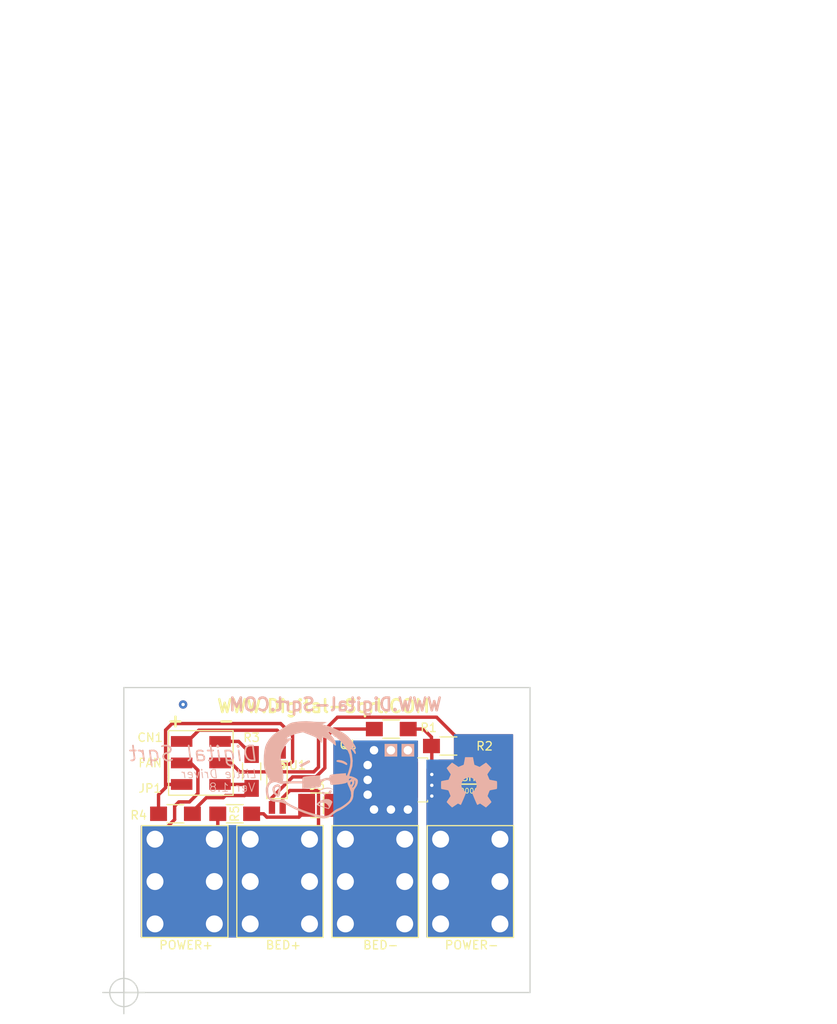
<source format=kicad_pcb>
(kicad_pcb (version 4) (host pcbnew 4.0.6)

  (general
    (links 68)
    (no_connects 14)
    (area 53.1 22.45 166.676191 146.075)
    (thickness 1.6)
    (drawings 25)
    (tracks 91)
    (zones 0)
    (modules 22)
    (nets 11)
  )

  (page User 200 200)
  (title_block
    (title "Little Driver")
    (date 2017-03-31)
    (rev 1.8)
  )

  (layers
    (0 F.Cu signal)
    (31 B.Cu signal)
    (35 F.Paste user)
    (36 B.SilkS user)
    (37 F.SilkS user)
    (38 B.Mask user)
    (39 F.Mask user)
    (40 Dwgs.User user)
    (44 Edge.Cuts user)
    (45 Margin user)
  )

  (setup
    (last_trace_width 0.4)
    (trace_clearance 0.2)
    (zone_clearance 0.127)
    (zone_45_only yes)
    (trace_min 0.2)
    (segment_width 0.2)
    (edge_width 0.15)
    (via_size 0.6)
    (via_drill 0.4)
    (via_min_size 0.4)
    (via_min_drill 0.3)
    (uvia_size 0.3)
    (uvia_drill 0.1)
    (uvias_allowed no)
    (uvia_min_size 0.2)
    (uvia_min_drill 0.1)
    (pcb_text_width 0.3)
    (pcb_text_size 1.5 1.5)
    (mod_edge_width 0.15)
    (mod_text_size 1 1)
    (mod_text_width 0.15)
    (pad_size 1 1)
    (pad_drill 0)
    (pad_to_mask_clearance 0.2)
    (aux_axis_origin 67 139)
    (grid_origin 67 139)
    (visible_elements 7FFFF7FF)
    (pcbplotparams
      (layerselection 0x011f8_80000001)
      (usegerberextensions false)
      (excludeedgelayer false)
      (linewidth 0.100000)
      (plotframeref true)
      (viasonmask false)
      (mode 1)
      (useauxorigin false)
      (hpglpennumber 1)
      (hpglpenspeed 20)
      (hpglpendiameter 15)
      (hpglpenoverlay 2)
      (psnegative false)
      (psa4output false)
      (plotreference true)
      (plotvalue true)
      (plotinvisibletext false)
      (padsonsilk false)
      (subtractmaskfromsilk false)
      (outputformat 1)
      (mirror false)
      (drillshape 0)
      (scaleselection 1)
      (outputdirectory Gerber/))
  )

  (net 0 "")
  (net 1 GND)
  (net 2 +BATT)
  (net 3 "Net-(JP1-Pad1)")
  (net 4 "Net-(D3-Pad2)")
  (net 5 "Net-(JP1-Pad2)")
  (net 6 "Net-(BED-1-Pad1)")
  (net 7 "Net-(CN1-Pad1)")
  (net 8 "Net-(CN1-Pad2)")
  (net 9 "Net-(R1-Pad1)")
  (net 10 "Net-(Q1-Pad4)")

  (net_class Default "This is the default net class."
    (clearance 0.2)
    (trace_width 0.4)
    (via_dia 0.6)
    (via_drill 0.4)
    (uvia_dia 0.3)
    (uvia_drill 0.1)
    (add_net +BATT)
    (add_net "Net-(BED-1-Pad1)")
    (add_net "Net-(CN1-Pad1)")
    (add_net "Net-(CN1-Pad2)")
    (add_net "Net-(D3-Pad2)")
    (add_net "Net-(JP1-Pad1)")
    (add_net "Net-(JP1-Pad2)")
    (add_net "Net-(Q1-Pad4)")
    (add_net "Net-(R1-Pad1)")
  )

  (net_class Power ""
    (clearance 0.2)
    (trace_width 0.4)
    (via_dia 0.6)
    (via_drill 0.4)
    (uvia_dia 0.3)
    (uvia_drill 0.1)
    (add_net GND)
  )

  (net_class small_trace ""
    (clearance 0.2)
    (trace_width 0.2)
    (via_dia 0.6)
    (via_drill 0.4)
    (uvia_dia 0.3)
    (uvia_drill 0.1)
  )

  (module Mounting_Holes:MountingHole_3.2mm_M3 (layer F.Cu) (tedit 58803E7C) (tstamp 58DF0ED0)
    (at 70 136)
    (descr "Mounting Hole 3.2mm, no annular, M3")
    (tags "mounting hole 3.2mm no annular m3")
    (fp_text reference "" (at 0 -4.2) (layer F.SilkS)
      (effects (font (size 1 1) (thickness 0.15)))
    )
    (fp_text value "" (at 0 4.2) (layer F.Fab) hide
      (effects (font (size 1 1) (thickness 0.15)))
    )
    (fp_circle (center 0 0) (end 3.2 0) (layer Cmts.User) (width 0.15))
    (fp_circle (center 0 0) (end 3.45 0) (layer F.CrtYd) (width 0.05))
    (pad 1 np_thru_hole circle (at 0 0) (size 3.2 3.2) (drill 3.2) (layers *.Cu *.Mask))
  )

  (module Mounting_Holes:MountingHole_3.2mm_M3 (layer F.Cu) (tedit 58803E7C) (tstamp 58DF0E9D)
    (at 112 136)
    (descr "Mounting Hole 3.2mm, no annular, M3")
    (tags "mounting hole 3.2mm no annular m3")
    (fp_text reference "" (at 0 -4.2) (layer F.SilkS)
      (effects (font (size 1 1) (thickness 0.15)))
    )
    (fp_text value "" (at 0 4.2) (layer F.Fab) hide
      (effects (font (size 1 1) (thickness 0.15)))
    )
    (fp_circle (center 0 0) (end 3.2 0) (layer Cmts.User) (width 0.15))
    (fp_circle (center 0 0) (end 3.45 0) (layer F.CrtYd) (width 0.05))
    (pad 1 np_thru_hole circle (at 0 0) (size 3.2 3.2) (drill 3.2) (layers *.Cu *.Mask))
  )

  (module Mounting_Holes:MountingHole_3.2mm_M3 (layer F.Cu) (tedit 58803E7C) (tstamp 580BE1FF)
    (at 112 106)
    (descr "Mounting Hole 3.2mm, no annular, M3")
    (tags "mounting hole 3.2mm no annular m3")
    (fp_text reference "" (at 0 -4.2) (layer F.SilkS)
      (effects (font (size 1 1) (thickness 0.15)))
    )
    (fp_text value "" (at 0 4.2) (layer F.Fab) hide
      (effects (font (size 1 1) (thickness 0.15)))
    )
    (fp_circle (center 0 0) (end 3.2 0) (layer Cmts.User) (width 0.15))
    (fp_circle (center 0 0) (end 3.45 0) (layer F.CrtYd) (width 0.05))
    (pad 1 np_thru_hole circle (at 0 0) (size 3.2 3.2) (drill 3.2) (layers *.Cu *.Mask))
  )

  (module Mounting_Holes:MountingHole_3.2mm_M3 (layer F.Cu) (tedit 58803E8E) (tstamp 582270F6)
    (at 70 106)
    (descr "Mounting Hole 3.2mm, no annular, M3")
    (tags "mounting hole 3.2mm no annular m3")
    (fp_text reference "" (at 0 -4.2) (layer F.SilkS)
      (effects (font (size 1 1) (thickness 0.15)))
    )
    (fp_text value "" (at 0 4.2) (layer F.Fab) hide
      (effects (font (size 1 1) (thickness 0.15)))
    )
    (fp_circle (center 0 0) (end 3.2 0) (layer Cmts.User) (width 0.15))
    (fp_circle (center 0 0) (end 3.45 0) (layer F.CrtYd) (width 0.05))
    (pad 1 np_thru_hole circle (at 0 0) (size 3.2 3.2) (drill 3.2) (layers *.Cu *.Mask))
  )

  (module Fiducials:Fiducial_1mm_Dia_2.54mm_Outer_CopperTop (layer B.Cu) (tedit 58A7B3B8) (tstamp 58A30CD1)
    (at 74 105)
    (descr "Circular Fiducial, 1mm bare copper top; 2.54mm keepout")
    (tags marker)
    (attr virtual)
    (fp_text reference "F1 " (at 67.5 38.5) (layer B.SilkS) hide
      (effects (font (size 1 1) (thickness 0.15)) (justify mirror))
    )
    (fp_text value "" (at 0 1.8) (layer B.Fab) hide
      (effects (font (size 1 1) (thickness 0.15)) (justify mirror))
    )
    (fp_circle (center 0 0) (end 1.55 0) (layer B.CrtYd) (width 0.05))
    (pad 2 smd circle (at 0 0) (size 1 1) (layers B.Cu B.Mask)
      (net 1 GND) (solder_mask_margin 0.77) (clearance 0.77))
  )

  (module MyLib:LOGO_POS (layer B.Cu) (tedit 58803FC6) (tstamp 582E8E56)
    (at 89.27 112.62 180)
    (attr smd)
    (fp_text reference "" (at 0.8 -7.4 180) (layer B.SilkS) hide
      (effects (font (thickness 0.3)) (justify mirror))
    )
    (fp_text value "" (at 1.1 -9.8 180) (layer B.SilkS) hide
      (effects (font (thickness 0.3)) (justify mirror))
    )
    (fp_poly (pts (xy 1.265892 5.63173) (xy 1.681711 5.59346) (xy 2.077701 5.54423) (xy 2.358754 5.493082)
      (xy 2.578344 5.420461) (xy 2.789945 5.306812) (xy 3.047033 5.132581) (xy 3.157491 5.053786)
      (xy 3.512064 4.806604) (xy 3.887963 4.555183) (xy 4.212547 4.347947) (xy 4.256757 4.320981)
      (xy 4.702842 3.971823) (xy 5.104798 3.510205) (xy 5.418595 2.993001) (xy 5.559133 2.638646)
      (xy 5.654082 2.201195) (xy 5.715697 1.663692) (xy 5.740823 1.092705) (xy 5.726303 0.554805)
      (xy 5.676895 0.154851) (xy 5.573741 -0.217945) (xy 5.415851 -0.626918) (xy 5.282547 -0.898956)
      (xy 5.133863 -1.17538) (xy 5.063746 -1.345784) (xy 5.062649 -1.448745) (xy 5.121022 -1.522844)
      (xy 5.126899 -1.527789) (xy 5.344891 -1.807469) (xy 5.475501 -2.186784) (xy 5.502861 -2.472296)
      (xy 5.452219 -2.999778) (xy 5.295824 -3.398093) (xy 5.024655 -3.676431) (xy 4.629691 -3.843977)
      (xy 4.101913 -3.909919) (xy 4.091041 -3.910234) (xy 3.747959 -3.932842) (xy 3.481249 -3.994444)
      (xy 3.209812 -4.119455) (xy 3.009768 -4.235766) (xy 2.046911 -4.745548) (xy 0.936837 -5.200923)
      (xy -0.305432 -5.595971) (xy -0.731888 -5.709561) (xy -1.050916 -5.786968) (xy -1.270366 -5.822607)
      (xy -1.453958 -5.819511) (xy -1.665413 -5.780714) (xy -1.760842 -5.75854) (xy -1.979381 -5.666992)
      (xy -2.25003 -5.500264) (xy -2.438907 -5.356065) (xy -2.689083 -5.163287) (xy -2.921621 -5.014185)
      (xy -3.048732 -4.954869) (xy -3.326441 -4.829991) (xy -3.669532 -4.620504) (xy -4.026608 -4.36395)
      (xy -4.346275 -4.097875) (xy -4.577135 -3.859822) (xy -4.612631 -3.812457) (xy -4.765724 -3.544499)
      (xy -4.840857 -3.262543) (xy -4.846968 -3.178625) (xy -4.585788 -3.178625) (xy -4.44437 -3.611324)
      (xy -4.40547 -3.678464) (xy -4.23378 -3.875688) (xy -3.958076 -4.109974) (xy -3.627641 -4.346452)
      (xy -3.291758 -4.550255) (xy -2.99971 -4.686515) (xy -2.963333 -4.698783) (xy -2.782694 -4.791254)
      (xy -2.543419 -4.958151) (xy -2.378838 -5.092992) (xy -2.125105 -5.301231) (xy -1.893961 -5.443564)
      (xy -1.654825 -5.52184) (xy -1.377119 -5.537908) (xy -1.030262 -5.493618) (xy -0.583674 -5.390817)
      (xy -0.021388 -5.235548) (xy 0.506764 -5.069202) (xy 1.049688 -4.87183) (xy 1.583672 -4.654868)
      (xy 2.085004 -4.429753) (xy 2.529972 -4.207924) (xy 2.894864 -4.000817) (xy 3.155967 -3.81987)
      (xy 3.28957 -3.67652) (xy 3.302 -3.63254) (xy 3.372175 -3.576473) (xy 3.534833 -3.600094)
      (xy 3.892378 -3.648601) (xy 4.279738 -3.626585) (xy 4.646025 -3.544805) (xy 4.940351 -3.414018)
      (xy 5.097628 -3.269749) (xy 5.141645 -3.137154) (xy 5.188812 -2.899705) (xy 5.213336 -2.730272)
      (xy 5.217252 -2.262509) (xy 5.098883 -1.908073) (xy 4.85927 -1.669813) (xy 4.818279 -1.647007)
      (xy 4.532249 -1.542112) (xy 4.25536 -1.551181) (xy 3.926432 -1.677387) (xy 3.891294 -1.695054)
      (xy 3.692216 -1.779627) (xy 3.572068 -1.797892) (xy 3.556 -1.779721) (xy 3.473458 -1.742629)
      (xy 3.233863 -1.715287) (xy 2.849266 -1.698572) (xy 2.370667 -1.693334) (xy 1.185333 -1.693334)
      (xy 1.185333 -2.304266) (xy 0.3175 -2.248381) (xy -0.183777 -2.2145) (xy -0.540547 -2.182634)
      (xy -0.777356 -2.145068) (xy -0.91875 -2.094087) (xy -0.989274 -2.021978) (xy -1.013476 -1.921026)
      (xy -1.016 -1.829288) (xy -1.041746 -1.634508) (xy -1.149172 -1.505599) (xy -1.323959 -1.408508)
      (xy -1.661079 -1.307466) (xy -1.874292 -1.314887) (xy -2.052348 -1.386647) (xy -2.113353 -1.533341)
      (xy -2.116667 -1.615394) (xy -2.131935 -1.777488) (xy -2.210941 -1.846308) (xy -2.403483 -1.860229)
      (xy -2.434167 -1.860053) (xy -2.780132 -1.844027) (xy -3.153504 -1.805826) (xy -3.512286 -1.752402)
      (xy -3.814478 -1.690708) (xy -4.018081 -1.627696) (xy -4.078678 -1.587816) (xy -4.133951 -1.539697)
      (xy -4.14737 -1.62202) (xy -4.185444 -1.770166) (xy -4.28251 -2.00732) (xy -4.380906 -2.210004)
      (xy -4.564588 -2.708792) (xy -4.585788 -3.178625) (xy -4.846968 -3.178625) (xy -4.861726 -2.975983)
      (xy -4.887711 -2.648186) (xy -4.958731 -2.418408) (xy -5.093874 -2.219715) (xy -5.266455 -1.947195)
      (xy -5.368213 -1.650268) (xy -5.382062 -1.449975) (xy -5.07602 -1.449975) (xy -5.06771 -1.661488)
      (xy -5.000865 -1.895685) (xy -4.893717 -2.093822) (xy -4.7645 -2.197153) (xy -4.733998 -2.201334)
      (xy -4.724069 -2.143199) (xy -4.802574 -1.998999) (xy -4.834579 -1.953838) (xy -4.971068 -1.671954)
      (xy -4.971661 -1.651569) (xy -4.708865 -1.651569) (xy -4.652702 -1.797818) (xy -4.562942 -1.862667)
      (xy -4.500875 -1.791894) (xy -4.487333 -1.69833) (xy -4.525693 -1.539563) (xy -4.61081 -1.46758)
      (xy -4.693425 -1.514979) (xy -4.708865 -1.651569) (xy -4.971661 -1.651569) (xy -4.976344 -1.490733)
      (xy -4.969197 -1.348137) (xy -5.007564 -1.319892) (xy -5.07602 -1.449975) (xy -5.382062 -1.449975)
      (xy -5.386683 -1.383146) (xy -5.328823 -1.227667) (xy -4.826 -1.227667) (xy -4.783667 -1.27)
      (xy -4.741333 -1.227667) (xy -4.783667 -1.185334) (xy -4.826 -1.227667) (xy -5.328823 -1.227667)
      (xy -5.324614 -1.216357) (xy -5.189865 -1.112804) (xy -4.640809 -1.112804) (xy -4.623773 -1.160208)
      (xy -4.534651 -1.23036) (xy -4.386252 -1.333938) (xy -4.327939 -1.330674) (xy -4.318 -1.227667)
      (xy -4.390091 -1.125475) (xy -4.5085 -1.10336) (xy -4.640809 -1.112804) (xy -5.189865 -1.112804)
      (xy -5.153958 -1.08521) (xy -4.896064 -0.957492) (xy -4.6301 -0.867978) (xy -4.482925 -0.846667)
      (xy -4.404013 -0.834674) (xy -4.382012 -0.774902) (xy -4.41999 -0.631658) (xy -4.521016 -0.369251)
      (xy -4.524785 -0.359834) (xy -4.72434 0.309581) (xy -4.763885 0.804333) (xy -4.49991 0.804333)
      (xy -4.476382 0.547366) (xy -4.42221 0.250446) (xy -4.347045 -0.057174) (xy -4.260536 -0.346245)
      (xy -4.172334 -0.587515) (xy -4.092089 -0.751733) (xy -4.029451 -0.809647) (xy -3.994071 -0.732007)
      (xy -3.993805 -0.729733) (xy -3.965944 -0.4858) (xy -3.233621 -0.54522) (xy -2.758698 -0.586691)
      (xy -2.427471 -0.625825) (xy -2.214573 -0.669855) (xy -2.094636 -0.726013) (xy -2.042294 -0.801533)
      (xy -2.032 -0.887843) (xy -2.00007 -1.026032) (xy -1.872641 -1.045879) (xy -1.834675 -1.039464)
      (xy -1.629701 -1.047213) (xy -1.372396 -1.114117) (xy -1.316335 -1.135872) (xy -1.085679 -1.230315)
      (xy -0.972162 -1.251307) (xy -0.934479 -1.18514) (xy -0.931326 -1.018106) (xy -0.931333 -1.008099)
      (xy -0.931333 -0.746197) (xy -0.105833 -0.801363) (xy 0.386548 -0.836151) (xy 0.734764 -0.868986)
      (xy 0.963714 -0.907403) (xy 1.0983 -0.958935) (xy 1.163422 -1.03112) (xy 1.183981 -1.13149)
      (xy 1.185333 -1.192061) (xy 1.185333 -1.439334) (xy 3.481709 -1.439334) (xy 3.428264 -1.0795)
      (xy 3.422649 -0.740053) (xy 3.48335 -0.254171) (xy 3.564998 0.169333) (xy 3.675587 0.735995)
      (xy 3.730527 1.182508) (xy 3.725616 1.55005) (xy 3.656649 1.879803) (xy 3.519421 2.212946)
      (xy 3.319465 2.574337) (xy 3.064475 2.963577) (xy 2.825372 3.255419) (xy 2.645833 3.408201)
      (xy 2.439534 3.544605) (xy 2.389955 3.618912) (xy 2.499214 3.638103) (xy 2.709333 3.617538)
      (xy 2.920584 3.594207) (xy 3.038867 3.590855) (xy 3.048 3.594875) (xy 2.973781 3.685871)
      (xy 2.777937 3.80785) (xy 2.500686 3.941993) (xy 2.182245 4.069478) (xy 1.862833 4.171485)
      (xy 1.761422 4.196958) (xy 1.109845 4.346798) (xy 0.2462 4.014899) (xy -0.159773 3.852253)
      (xy -0.441813 3.718644) (xy -0.637332 3.591699) (xy -0.783739 3.449047) (xy -0.857607 3.354798)
      (xy -1.008055 3.166096) (xy -1.097097 3.107086) (xy -1.149599 3.16175) (xy -1.151151 3.16571)
      (xy -1.177696 3.356244) (xy -1.164341 3.515079) (xy -1.166538 3.682272) (xy -1.247779 3.725333)
      (xy -1.489585 3.665522) (xy -1.805667 3.500724) (xy -2.158225 3.252889) (xy -2.373998 3.07126)
      (xy -2.597141 2.873512) (xy -2.722764 2.779146) (xy -2.778878 2.777897) (xy -2.793497 2.859501)
      (xy -2.794 2.917358) (xy -2.730065 3.234021) (xy -2.532843 3.596845) (xy -2.194214 4.020172)
      (xy -2.128776 4.091877) (xy -1.927649 4.311422) (xy -1.835554 4.423826) (xy -1.845676 4.44545)
      (xy -1.951198 4.392655) (xy -2.019693 4.353734) (xy -2.252945 4.192379) (xy -2.441964 4.016518)
      (xy -2.455211 4.0005) (xy -2.589932 3.862106) (xy -2.685112 3.81) (xy -2.824365 3.747112)
      (xy -3.036889 3.577261) (xy -3.293978 3.328668) (xy -3.566926 3.029552) (xy -3.827026 2.708134)
      (xy -3.883647 2.631775) (xy -4.200246 2.141872) (xy -4.395117 1.689989) (xy -4.48722 1.219908)
      (xy -4.49991 0.804333) (xy -4.763885 0.804333) (xy -4.777998 0.980898) (xy -4.688446 1.697241)
      (xy -4.66067 1.820333) (xy -4.499315 2.497666) (xy -4.745047 2.201333) (xy -4.893294 2.010261)
      (xy -4.98206 1.872169) (xy -4.993056 1.8415) (xy -5.061616 1.78079) (xy -5.089179 1.778)
      (xy -5.142866 1.842725) (xy -5.126565 2.001672) (xy -5.054227 2.201996) (xy -4.939803 2.390854)
      (xy -4.921539 2.413) (xy -4.737202 2.637234) (xy -4.6549 2.760215) (xy -4.677352 2.773621)
      (xy -4.807278 2.669135) (xy -4.850853 2.629224) (xy -5.048601 2.471403) (xy -5.151153 2.445225)
      (xy -5.155359 2.540203) (xy -5.058066 2.745849) (xy -4.941314 2.930352) (xy -4.586959 3.423436)
      (xy -4.260298 3.799946) (xy -3.918662 4.097326) (xy -3.519381 4.353024) (xy -3.049321 4.590726)
      (xy -2.634774 4.775845) (xy -2.217471 4.947539) (xy -1.85432 5.083103) (xy -1.659321 5.145315)
      (xy -1.157001 5.284973) (xy -1.425167 5.394396) (xy -1.604719 5.474421) (xy -1.69179 5.526508)
      (xy -1.693333 5.52994) (xy -1.615246 5.542009) (xy -1.407292 5.551369) (xy -1.108935 5.556492)
      (xy -0.994833 5.556995) (xy -0.57061 5.566606) (xy -0.122836 5.590946) (xy 0.25336 5.624805)
      (xy 0.261655 5.625805) (xy 0.714071 5.650239) (xy 1.265892 5.63173)) (layer B.SilkS) (width 0.01))
    (fp_poly (pts (xy -1.263377 -3.61236) (xy -0.893281 -3.785963) (xy -0.656167 -3.960332) (xy -0.538571 -4.09478)
      (xy -0.538599 -4.206522) (xy -0.670162 -4.309979) (xy -0.94717 -4.419573) (xy -1.164167 -4.486984)
      (xy -1.483064 -4.581933) (xy -1.742685 -4.660765) (xy -1.897125 -4.709501) (xy -1.913873 -4.715326)
      (xy -1.994919 -4.663566) (xy -2.105689 -4.496275) (xy -1.947333 -4.496275) (xy -1.933759 -4.565608)
      (xy -1.871779 -4.58918) (xy -1.729504 -4.563647) (xy -1.475046 -4.485668) (xy -1.304482 -4.428892)
      (xy -0.988133 -4.318009) (xy -0.809305 -4.239) (xy -0.743192 -4.175538) (xy -0.764985 -4.111296)
      (xy -0.786434 -4.087947) (xy -1.008273 -3.973118) (xy -1.295444 -3.959255) (xy -1.580546 -4.042178)
      (xy -1.733578 -4.146705) (xy -1.879926 -4.324769) (xy -1.946896 -4.486326) (xy -1.947333 -4.496275)
      (xy -2.105689 -4.496275) (xy -2.107357 -4.493756) (xy -2.196345 -4.310831) (xy -2.385277 -3.871647)
      (xy -2.207744 -3.694114) (xy -1.96133 -3.559449) (xy -1.632967 -3.534527) (xy -1.263377 -3.61236)) (layer B.SilkS) (width 0.01))
    (fp_poly (pts (xy 4.180272 -1.813507) (xy 4.488391 -1.942327) (xy 4.671918 -2.161998) (xy 4.723585 -2.441268)
      (xy 4.636122 -2.748886) (xy 4.456169 -2.999638) (xy 4.247563 -3.20397) (xy 4.104388 -3.287847)
      (xy 3.988986 -3.265154) (xy 3.9116 -3.2004) (xy 3.836333 -3.046795) (xy 3.804049 -2.840567)
      (xy 3.778509 -2.595535) (xy 3.733839 -2.418196) (xy 3.725201 -2.206922) (xy 3.734259 -2.180109)
      (xy 3.942238 -2.180109) (xy 3.986394 -2.403469) (xy 4.008725 -2.46151) (xy 4.077173 -2.680519)
      (xy 4.092178 -2.841806) (xy 4.08826 -2.857558) (xy 4.087587 -2.939512) (xy 4.160804 -2.922638)
      (xy 4.268129 -2.833617) (xy 4.369782 -2.69913) (xy 4.393816 -2.652614) (xy 4.454959 -2.38528)
      (xy 4.379496 -2.184356) (xy 4.210823 -2.086248) (xy 4.016346 -2.075672) (xy 3.942238 -2.180109)
      (xy 3.734259 -2.180109) (xy 3.792562 -2.007534) (xy 3.90145 -1.83917) (xy 4.037082 -1.794083)
      (xy 4.180272 -1.813507)) (layer B.SilkS) (width 0.01))
    (fp_poly (pts (xy -1.15599 -2.707578) (xy -1.146449 -2.715818) (xy -1.123095 -2.823374) (xy -1.222682 -2.9267)
      (xy -1.407701 -3.034759) (xy -1.522433 -3.018102) (xy -1.562753 -2.969127) (xy -1.547352 -2.864982)
      (xy -1.431558 -2.760593) (xy -1.279671 -2.695083) (xy -1.15599 -2.707578)) (layer B.SilkS) (width 0.01))
    (fp_poly (pts (xy -2.091842 -2.511122) (xy -1.975105 -2.619366) (xy -1.911093 -2.764985) (xy -1.917656 -2.838784)
      (xy -2.004739 -2.953663) (xy -2.130647 -2.910482) (xy -2.1844 -2.861734) (xy -2.278052 -2.693572)
      (xy -2.250652 -2.540921) (xy -2.208159 -2.501885) (xy -2.091842 -2.511122)) (layer B.SilkS) (width 0.01))
    (fp_poly (pts (xy -1.421764 -2.250767) (xy -1.11392 -2.364379) (xy -0.953241 -2.479608) (xy -0.822767 -2.637873)
      (xy -0.780695 -2.748859) (xy -0.787657 -2.763212) (xy -0.841721 -2.757226) (xy -0.846667 -2.7222)
      (xy -0.923784 -2.571861) (xy -1.125867 -2.444467) (xy -1.409015 -2.350404) (xy -1.729329 -2.30006)
      (xy -2.042906 -2.303819) (xy -2.305847 -2.37207) (xy -2.312733 -2.375338) (xy -2.439741 -2.433785)
      (xy -2.427774 -2.409023) (xy -2.328333 -2.326338) (xy -2.090429 -2.224896) (xy -1.767753 -2.201989)
      (xy -1.421764 -2.250767)) (layer B.SilkS) (width 0.01))
    (fp_poly (pts (xy 0.603568 0.961629) (xy 0.877083 0.817346) (xy 0.919927 0.793718) (xy 1.22534 0.625192)
      (xy 1.409544 0.518653) (xy 1.497986 0.451433) (xy 1.516112 0.400868) (xy 1.489368 0.34429)
      (xy 1.466989 0.306426) (xy 1.408696 0.250522) (xy 1.305229 0.256399) (xy 1.123268 0.333487)
      (xy 0.845395 0.482358) (xy 0.577588 0.631933) (xy 0.375168 0.746019) (xy 0.276611 0.802912)
      (xy 0.273174 0.805164) (xy 0.279044 0.886281) (xy 0.3041 0.963377) (xy 0.349445 1.025727)
      (xy 0.438478 1.028116) (xy 0.603568 0.961629)) (layer B.SilkS) (width 0.01))
    (fp_poly (pts (xy -2.939348 1.048203) (xy -2.851176 0.981816) (xy -2.861737 0.896444) (xy -2.991213 0.836792)
      (xy -3.200562 0.797481) (xy -3.494332 0.727924) (xy -3.753627 0.623428) (xy -3.819557 0.583787)
      (xy -3.986748 0.491683) (xy -4.091539 0.479626) (xy -4.094724 0.482279) (xy -4.143776 0.589854)
      (xy -4.062834 0.713861) (xy -3.915833 0.829521) (xy -3.681487 0.950913) (xy -3.406957 1.03264)
      (xy -3.142743 1.067479) (xy -2.939348 1.048203)) (layer B.SilkS) (width 0.01))
  )

  (module Resistors_SMD:R_1206_HandSoldering (layer F.Cu) (tedit 58A7B398) (tstamp 582E5E55)
    (at 80.1 117.9)
    (descr "Resistor SMD 1206, hand soldering")
    (tags "resistor 1206")
    (path /58427F19)
    (attr smd)
    (fp_text reference R5 (at 0 0 270) (layer F.SilkS)
      (effects (font (size 1 1) (thickness 0.15)))
    )
    (fp_text value 3.6K (at 62.4 20.1 180) (layer F.Fab) hide
      (effects (font (size 1 1) (thickness 0.15)))
    )
    (fp_line (start -3.3 -1.2) (end 3.3 -1.2) (layer F.CrtYd) (width 0.05))
    (fp_line (start -3.3 1.2) (end 3.3 1.2) (layer F.CrtYd) (width 0.05))
    (fp_line (start -3.3 -1.2) (end -3.3 1.2) (layer F.CrtYd) (width 0.05))
    (fp_line (start 3.3 -1.2) (end 3.3 1.2) (layer F.CrtYd) (width 0.05))
    (fp_line (start 1 1.075) (end -1 1.075) (layer F.SilkS) (width 0.15))
    (fp_line (start -1 -1.075) (end 1 -1.075) (layer F.SilkS) (width 0.15))
    (pad 1 smd rect (at -2 0) (size 2 1.7) (layers F.Cu F.Paste F.Mask)
      (net 2 +BATT))
    (pad 2 smd rect (at 2 0) (size 2 1.7) (layers F.Cu F.Paste F.Mask)
      (net 4 "Net-(D3-Pad2)"))
    (model Resistors_SMD.3dshapes/R_1206_HandSoldering.wrl
      (at (xyz 0 0 0))
      (scale (xyz 1 1 1))
      (rotate (xyz 0 0 0))
    )
  )

  (module Resistors_SMD:R_1206_HandSoldering (layer F.Cu) (tedit 58A7B390) (tstamp 581EA384)
    (at 98.6 107.9)
    (descr "Resistor SMD 1206, hand soldering")
    (tags "resistor 1206")
    (path /581EA32B)
    (attr smd)
    (fp_text reference R1 (at 4.41 -0.16) (layer F.SilkS)
      (effects (font (size 1 1) (thickness 0.15)))
    )
    (fp_text value 1.0K (at 43.65 28.35) (layer F.Fab) hide
      (effects (font (size 1 1) (thickness 0.15)))
    )
    (fp_line (start -3.3 -1.2) (end 3.3 -1.2) (layer F.CrtYd) (width 0.05))
    (fp_line (start -3.3 1.2) (end 3.3 1.2) (layer F.CrtYd) (width 0.05))
    (fp_line (start -3.3 -1.2) (end -3.3 1.2) (layer F.CrtYd) (width 0.05))
    (fp_line (start 3.3 -1.2) (end 3.3 1.2) (layer F.CrtYd) (width 0.05))
    (fp_line (start 1 1.075) (end -1 1.075) (layer F.SilkS) (width 0.15))
    (fp_line (start -1 -1.075) (end 1 -1.075) (layer F.SilkS) (width 0.15))
    (pad 1 smd rect (at -2 0) (size 2 1.7) (layers F.Cu F.Paste F.Mask)
      (net 9 "Net-(R1-Pad1)"))
    (pad 2 smd rect (at 2 0) (size 2 1.7) (layers F.Cu F.Paste F.Mask)
      (net 10 "Net-(Q1-Pad4)"))
    (model Resistors_SMD.3dshapes/R_1206_HandSoldering.wrl
      (at (xyz 0 0 0))
      (scale (xyz 1 1 1))
      (rotate (xyz 0 0 0))
    )
  )

  (module Resistors_SMD:R_1206_HandSoldering (layer F.Cu) (tedit 58A7B3C0) (tstamp 581EA38A)
    (at 105.35 109.9)
    (descr "Resistor SMD 1206, hand soldering")
    (tags "resistor 1206")
    (path /58423706)
    (attr smd)
    (fp_text reference R2 (at 4.27 0.02) (layer F.SilkS)
      (effects (font (size 1 1) (thickness 0.15)))
    )
    (fp_text value 1.8K (at 36.65 35.1) (layer F.Fab) hide
      (effects (font (size 1 1) (thickness 0.15)))
    )
    (fp_line (start -3.3 -1.2) (end 3.3 -1.2) (layer F.CrtYd) (width 0.05))
    (fp_line (start -3.3 1.2) (end 3.3 1.2) (layer F.CrtYd) (width 0.05))
    (fp_line (start -3.3 -1.2) (end -3.3 1.2) (layer F.CrtYd) (width 0.05))
    (fp_line (start 3.3 -1.2) (end 3.3 1.2) (layer F.CrtYd) (width 0.05))
    (fp_line (start 1 1.075) (end -1 1.075) (layer F.SilkS) (width 0.15))
    (fp_line (start -1 -1.075) (end 1 -1.075) (layer F.SilkS) (width 0.15))
    (pad 1 smd rect (at -2 0) (size 2 1.7) (layers F.Cu F.Paste F.Mask)
      (net 10 "Net-(Q1-Pad4)"))
    (pad 2 smd rect (at 2 0) (size 2 1.7) (layers F.Cu F.Paste F.Mask)
      (net 1 GND))
    (model Resistors_SMD.3dshapes/R_1206_HandSoldering.wrl
      (at (xyz 0 0 0))
      (scale (xyz 1 1 1))
      (rotate (xyz 0 0 0))
    )
  )

  (module Resistors_SMD:R_1206_HandSoldering (layer F.Cu) (tedit 58A7B39D) (tstamp 581EA396)
    (at 73.1 117.9 180)
    (descr "Resistor SMD 1206, hand soldering")
    (tags "resistor 1206")
    (path /580AE048)
    (attr smd)
    (fp_text reference R4 (at 4.35 -0.17 360) (layer F.SilkS)
      (effects (font (size 1 1) (thickness 0.15)))
    )
    (fp_text value 1.69K (at -69.9 -22.35 360) (layer F.Fab) hide
      (effects (font (size 1 1) (thickness 0.15)))
    )
    (fp_line (start -3.3 -1.2) (end 3.3 -1.2) (layer F.CrtYd) (width 0.05))
    (fp_line (start -3.3 1.2) (end 3.3 1.2) (layer F.CrtYd) (width 0.05))
    (fp_line (start -3.3 -1.2) (end -3.3 1.2) (layer F.CrtYd) (width 0.05))
    (fp_line (start 3.3 -1.2) (end 3.3 1.2) (layer F.CrtYd) (width 0.05))
    (fp_line (start 1 1.075) (end -1 1.075) (layer F.SilkS) (width 0.15))
    (fp_line (start -1 -1.075) (end 1 -1.075) (layer F.SilkS) (width 0.15))
    (pad 1 smd rect (at -2 0 180) (size 2 1.7) (layers F.Cu F.Paste F.Mask)
      (net 5 "Net-(JP1-Pad2)"))
    (pad 2 smd rect (at 2 0 180) (size 2 1.7) (layers F.Cu F.Paste F.Mask)
      (net 3 "Net-(JP1-Pad1)"))
    (model Resistors_SMD.3dshapes/R_1206_HandSoldering.wrl
      (at (xyz 0 0 0))
      (scale (xyz 1 1 1))
      (rotate (xyz 0 0 0))
    )
  )

  (module Fiducials:Fiducial_1mm_Dia_2.54mm_Outer_CopperTop (layer F.Cu) (tedit 58A7B3B6) (tstamp 582B442D)
    (at 74 105)
    (descr "Circular Fiducial, 1mm bare copper top; 2.54mm keepout")
    (tags marker)
    (attr virtual)
    (fp_text reference "F1 " (at 68 37) (layer F.SilkS) hide
      (effects (font (size 1 1) (thickness 0.15)))
    )
    (fp_text value "" (at 0 -1.8) (layer F.Fab) hide
      (effects (font (size 1 1) (thickness 0.15)))
    )
    (fp_circle (center 0 0) (end 1.55 0) (layer F.CrtYd) (width 0.05))
    (pad 1 smd circle (at 0 0) (size 1 1) (layers F.Cu F.Mask)
      (net 1 GND) (solder_mask_margin 0.77) (clearance 0.77))
  )

  (module MyLib:SOP-4 (layer F.Cu) (tedit 58A7B376) (tstamp 581EA3A3)
    (at 85.1 113.9 270)
    (path /581E947F)
    (attr smd)
    (fp_text reference U1 (at -1.73 -2.42 360) (layer F.SilkS)
      (effects (font (size 1 1) (thickness 0.15)))
    )
    (fp_text value PS2801C-1-A (at 18.85 -60.9 360) (layer F.Fab) hide
      (effects (font (size 1 1) (thickness 0.15)))
    )
    (fp_line (start -4.05 -1.45) (end -4.05 1.45) (layer F.CrtYd) (width 0.05))
    (fp_line (start 4.05 -1.45) (end 4.05 1.45) (layer F.CrtYd) (width 0.05))
    (fp_line (start -2.2 1.2) (end -2.2 -1.2) (layer F.SilkS) (width 0.15))
    (fp_line (start -2.2 -1.2) (end 2.2 -1.2) (layer F.SilkS) (width 0.15))
    (fp_line (start 2.2 -1.2) (end 2.2 1.2) (layer F.SilkS) (width 0.15))
    (fp_line (start 2.2 1.2) (end -2.2 1.2) (layer F.SilkS) (width 0.15))
    (fp_line (start 4.05 1.45) (end -4.05 1.45) (layer F.CrtYd) (width 0.05))
    (fp_line (start -4.05 -1.45) (end 4.05 -1.45) (layer F.CrtYd) (width 0.05))
    (fp_circle (center -1.65 -0.65) (end -1.65 -0.4) (layer F.SilkS) (width 0.3))
    (pad 1 smd rect (at -3.25 -0.67 180) (size 0.75 1.5) (layers F.Cu F.Paste F.Mask)
      (net 7 "Net-(CN1-Pad1)"))
    (pad 3 smd rect (at -3.25 0.6 180) (size 0.75 1.5) (layers F.Cu F.Paste F.Mask)
      (net 3 "Net-(JP1-Pad1)"))
    (pad 4 smd rect (at 3.25 0.6 180) (size 0.75 1.5) (layers F.Cu F.Paste F.Mask)
      (net 9 "Net-(R1-Pad1)"))
    (pad 6 smd rect (at 3.25 -0.67 180) (size 0.75 1.5) (layers F.Cu F.Paste F.Mask)
      (net 2 +BATT))
  )

  (module MyLib:6pin_SMT_HEADER (layer F.Cu) (tedit 58A7B362) (tstamp 5842573B)
    (at 76.1 111.9 270)
    (path /582FB0BD)
    (attr smd)
    (fp_text reference CN1 (at -3 6 360) (layer F.SilkS)
      (effects (font (size 1 1) (thickness 0.15)))
    )
    (fp_text value Jumper_NC_Small (at 13.1 -70.9 360) (layer F.Fab) hide
      (effects (font (size 1 1) (thickness 0.15)))
    )
    (fp_line (start -3.81 -3.81) (end -3.81 3.81) (layer F.CrtYd) (width 0.15))
    (fp_line (start -3.81 3.81) (end 3.81 3.81) (layer F.CrtYd) (width 0.15))
    (fp_line (start 3.81 3.81) (end 3.81 -3.81) (layer F.CrtYd) (width 0.15))
    (fp_line (start 3.81 -3.81) (end -3.81 -3.81) (layer F.CrtYd) (width 0.15))
    (fp_line (start -3.81 3.81) (end 3.81 3.81) (layer F.SilkS) (width 0.15))
    (fp_line (start 3.81 3.81) (end 3.81 -3.81) (layer F.SilkS) (width 0.15))
    (fp_line (start 3.81 -3.81) (end -3.81 -3.81) (layer F.SilkS) (width 0.15))
    (fp_line (start -3.81 -3.81) (end -3.81 3.81) (layer F.SilkS) (width 0.15))
    (pad 5 smd rect (at 2.54 1.27 270) (size 1.27 2.54) (drill (offset 0 1)) (layers F.Cu F.Paste F.Mask)
      (net 3 "Net-(JP1-Pad1)"))
    (pad 6 smd rect (at 2.54 -1.27 270) (size 1.27 2.54) (drill (offset 0 -1)) (layers F.Cu F.Paste F.Mask)
      (net 5 "Net-(JP1-Pad2)"))
    (pad 4 smd rect (at 0 -1.27 270) (size 1.27 2.54) (drill (offset 0 -1)) (layers F.Cu F.Paste F.Mask)
      (net 1 GND))
    (pad 3 smd rect (at 0 1.27 270) (size 1.27 2.54) (drill (offset 0 1)) (layers F.Cu F.Paste F.Mask)
      (net 2 +BATT))
    (pad 1 smd rect (at -2.54 1.27 270) (size 1.27 2.54) (drill (offset 0 1)) (layers F.Cu F.Paste F.Mask)
      (net 7 "Net-(CN1-Pad1)"))
    (pad 2 smd rect (at -2.54 -1.27 270) (size 1.27 2.54) (drill (offset 0 -1)) (layers F.Cu F.Paste F.Mask)
      (net 8 "Net-(CN1-Pad2)"))
  )

  (module Resistors_SMD:R_1206_HandSoldering (layer F.Cu) (tedit 58A7B389) (tstamp 58425769)
    (at 82.1 112.9 270)
    (descr "Resistor SMD 1206, hand soldering")
    (tags "resistor 1206")
    (path /5817E52A)
    (attr smd)
    (fp_text reference R3 (at -3.99 0.01 360) (layer F.SilkS)
      (effects (font (size 1 1) (thickness 0.15)))
    )
    (fp_text value 300 (at 21.6 -59.9 360) (layer F.Fab) hide
      (effects (font (size 1 1) (thickness 0.15)))
    )
    (fp_line (start -1.6 0.8) (end -1.6 -0.8) (layer F.Fab) (width 0.1))
    (fp_line (start 1.6 0.8) (end -1.6 0.8) (layer F.Fab) (width 0.1))
    (fp_line (start 1.6 -0.8) (end 1.6 0.8) (layer F.Fab) (width 0.1))
    (fp_line (start -1.6 -0.8) (end 1.6 -0.8) (layer F.Fab) (width 0.1))
    (fp_line (start -3.3 -1.2) (end 3.3 -1.2) (layer F.CrtYd) (width 0.05))
    (fp_line (start -3.3 1.2) (end 3.3 1.2) (layer F.CrtYd) (width 0.05))
    (fp_line (start -3.3 -1.2) (end -3.3 1.2) (layer F.CrtYd) (width 0.05))
    (fp_line (start 3.3 -1.2) (end 3.3 1.2) (layer F.CrtYd) (width 0.05))
    (fp_line (start 1 1.075) (end -1 1.075) (layer F.SilkS) (width 0.15))
    (fp_line (start -1 -1.075) (end 1 -1.075) (layer F.SilkS) (width 0.15))
    (pad 1 smd rect (at -2 0 270) (size 2 1.7) (layers F.Cu F.Paste F.Mask)
      (net 8 "Net-(CN1-Pad2)"))
    (pad 2 smd rect (at 2 0 270) (size 2 1.7) (layers F.Cu F.Paste F.Mask)
      (net 5 "Net-(JP1-Pad2)"))
    (model Resistors_SMD.3dshapes/R_1206_HandSoldering.wrl
      (at (xyz 0 0 0))
      (scale (xyz 1 1 1))
      (rotate (xyz 0 0 0))
    )
  )

  (module MyLib:CREE_CLM1B_AKW_CUAVB253 (layer F.Cu) (tedit 58A7B36F) (tstamp 582E5E11)
    (at 90.1 116.9)
    (path /582E54FD)
    (attr smd)
    (fp_text reference D3 (at -0.31 -2.34) (layer F.SilkS)
      (effects (font (size 1 1) (thickness 0.15)))
    )
    (fp_text value Led_Small (at 54.15 13.85 180) (layer F.Fab) hide
      (effects (font (size 1 1) (thickness 0.15)))
    )
    (fp_line (start -2.667 -1.651) (end 2.794 -1.651) (layer F.CrtYd) (width 0.15))
    (fp_line (start 2.794 -1.651) (end 2.794 1.651) (layer F.CrtYd) (width 0.15))
    (fp_line (start 2.794 1.651) (end -2.667 1.651) (layer F.CrtYd) (width 0.15))
    (fp_line (start -2.667 1.651) (end -2.667 -1.651) (layer F.CrtYd) (width 0.15))
    (fp_line (start 0.5 1) (end 0.5 -1) (layer F.SilkS) (width 0.15))
    (fp_line (start -1 1.454) (end 1 1.454) (layer F.SilkS) (width 0.15))
    (fp_line (start -1 -1.454) (end 1.1 -1.454) (layer F.SilkS) (width 0.15))
    (pad 1 smd rect (at 1.1 0) (size 2 2.7) (drill (offset 0.5 0)) (layers F.Cu F.Paste F.Mask)
      (net 6 "Net-(BED-1-Pad1)"))
    (pad 2 smd rect (at -1 0) (size 2 2.7) (drill (offset -0.5 0)) (layers F.Cu F.Paste F.Mask)
      (net 4 "Net-(D3-Pad2)"))
  )

  (module TO_SOT_Packages_SMD:SOT-669_LFPAK_ThermalVias-2 (layer F.Cu) (tedit 58A7B34A) (tstamp 58A019A0)
    (at 99.6 113.9 180)
    (descr "LFPAK www.nxp.com/documents/leaflet/939775016838_LR.pdf")
    (tags "LFPAK SOT669 Thermical Vias Power-SO8")
    (path /58A00EB2)
    (attr smd)
    (fp_text reference Q1 (at 6.1 4.15 360) (layer F.SilkS)
      (effects (font (size 1 1) (thickness 0.15)))
    )
    (fp_text value PSMN5R6-60YLX (at -46.9 -5.1 180) (layer F.Fab) hide
      (effects (font (size 1 1) (thickness 0.15)))
    )
    (fp_line (start -3.31 -2.6) (end -2.16 -2.6) (layer F.SilkS) (width 0.12))
    (fp_line (start -3.31 2.6) (end -2.11 2.6) (layer F.SilkS) (width 0.12))
    (fp_line (start -3.3 2.4) (end -3.3 2.6) (layer F.SilkS) (width 0.12))
    (fp_line (start -3.3 -2.6) (end -3.3 -2.4) (layer F.SilkS) (width 0.12))
    (fp_line (start -3.2 1.7) (end -4.2 1.7) (layer F.Fab) (width 0.1))
    (fp_line (start -4.2 1.7) (end -4.2 2.15) (layer F.Fab) (width 0.1))
    (fp_line (start -4.2 2.15) (end -3.2 2.15) (layer F.Fab) (width 0.1))
    (fp_line (start -3.2 0.4) (end -4.2 0.4) (layer F.Fab) (width 0.1))
    (fp_line (start -4.2 0.4) (end -4.2 0.85) (layer F.Fab) (width 0.1))
    (fp_line (start -4.2 0.85) (end -3.2 0.85) (layer F.Fab) (width 0.1))
    (fp_line (start -3.2 -0.85) (end -4.2 -0.85) (layer F.Fab) (width 0.1))
    (fp_line (start -4.2 -0.85) (end -4.2 -0.4) (layer F.Fab) (width 0.1))
    (fp_line (start -4.2 -0.4) (end -3.2 -0.4) (layer F.Fab) (width 0.1))
    (fp_line (start -4.2 -2.15) (end -4.2 -1.65) (layer F.Fab) (width 0.1))
    (fp_line (start -4.2 -2.15) (end -3.2 -2.15) (layer F.Fab) (width 0.1))
    (fp_line (start -4.2 -1.65) (end -3.2 -1.65) (layer F.Fab) (width 0.1))
    (fp_line (start 2.2 -2.2) (end 2.2 2.2) (layer F.Fab) (width 0.1))
    (fp_line (start 2.2 2.2) (end 0.9 2.2) (layer F.Fab) (width 0.1))
    (fp_line (start 2.2 -2.2) (end 0.9 -2.2) (layer F.Fab) (width 0.1))
    (fp_line (start 0.9 -2.5) (end -3.2 -2.5) (layer F.Fab) (width 0.1))
    (fp_line (start -3.2 -2.5) (end -3.2 2.5) (layer F.Fab) (width 0.1))
    (fp_line (start -3.2 2.5) (end 0.9 2.5) (layer F.Fab) (width 0.1))
    (fp_line (start 0.9 2.5) (end 0.9 -2.5) (layer F.Fab) (width 0.1))
    (fp_line (start 4.79 -4.75) (end 4.79 4.75) (layer F.CrtYd) (width 0.05))
    (fp_line (start 4.79 -4.75) (end -4.61 -4.75) (layer F.CrtYd) (width 0.05))
    (fp_line (start -4.61 4.75) (end 4.79 4.75) (layer F.CrtYd) (width 0.05))
    (fp_line (start -4.61 4.75) (end -4.61 -4.75) (layer F.CrtYd) (width 0.05))
    (pad 5 smd rect (at 1.29 0 90) (size 9 6.5) (layers *.Mask B.Cu)
      (net 6 "Net-(BED-1-Pad1)"))
    (pad 5 thru_hole rect (at 3.04 -3.5 90) (size 1.5 1.5) (drill 1) (layers *.Cu *.Mask)
      (net 6 "Net-(BED-1-Pad1)"))
    (pad 5 thru_hole rect (at 3.04 3.5 90) (size 1.5 1.5) (drill 1) (layers *.Cu *.Mask)
      (net 6 "Net-(BED-1-Pad1)"))
    (pad 5 thru_hole rect (at 1.04 3.5 90) (size 1.5 1.5) (drill 1) (layers *.Cu B.SilkS F.Mask)
      (net 6 "Net-(BED-1-Pad1)"))
    (pad 5 thru_hole rect (at -0.96 3.5 90) (size 1.5 1.5) (drill 1) (layers *.Cu B.SilkS F.Mask)
      (net 6 "Net-(BED-1-Pad1)"))
    (pad 5 thru_hole rect (at 1.04 -3.5 90) (size 1.5 1.5) (drill 1) (layers *.Cu *.Mask)
      (net 6 "Net-(BED-1-Pad1)"))
    (pad 5 thru_hole rect (at 3.79 1.75 90) (size 1.5 1.5) (drill 1) (layers *.Cu *.Mask)
      (net 6 "Net-(BED-1-Pad1)"))
    (pad 5 thru_hole rect (at 3.79 -1.75 90) (size 1.5 1.5) (drill 1) (layers *.Cu *.Mask)
      (net 6 "Net-(BED-1-Pad1)"))
    (pad 5 thru_hole rect (at -0.96 -3.5 90) (size 1.5 1.5) (drill 1) (layers *.Cu *.Mask)
      (net 6 "Net-(BED-1-Pad1)"))
    (pad 5 smd rect (at -0.76 -1.15 180) (size 0.6 0.9) (layers F.Paste)
      (net 6 "Net-(BED-1-Pad1)"))
    (pad 5 smd rect (at -1.61 -1.15 180) (size 0.6 0.9) (layers F.Paste)
      (net 6 "Net-(BED-1-Pad1)"))
    (pad 5 smd rect (at 0.09 -1.15 180) (size 0.6 0.9) (layers F.Paste)
      (net 6 "Net-(BED-1-Pad1)"))
    (pad 5 smd rect (at -0.76 1.15 180) (size 0.6 0.9) (layers F.Paste)
      (net 6 "Net-(BED-1-Pad1)"))
    (pad 5 smd rect (at -1.61 1.15 180) (size 0.6 0.9) (layers F.Paste)
      (net 6 "Net-(BED-1-Pad1)"))
    (pad 5 smd rect (at 0.09 1.15 180) (size 0.6 0.9) (layers F.Paste)
      (net 6 "Net-(BED-1-Pad1)"))
    (pad 5 smd rect (at 0.09 0 180) (size 0.6 0.9) (layers F.Paste)
      (net 6 "Net-(BED-1-Pad1)"))
    (pad 5 smd rect (at -1.61 0 180) (size 0.6 0.9) (layers F.Paste)
      (net 6 "Net-(BED-1-Pad1)"))
    (pad 5 smd rect (at 1.94 -1.88 90) (size 0.6 0.9) (layers F.Paste)
      (net 6 "Net-(BED-1-Pad1)"))
    (pad 5 smd rect (at 1.94 1.88 90) (size 0.6 0.9) (layers F.Paste)
      (net 6 "Net-(BED-1-Pad1)"))
    (pad 5 smd rect (at 1.94 -0.6 90) (size 0.6 0.9) (layers F.Paste)
      (net 6 "Net-(BED-1-Pad1)"))
    (pad 2 smd rect (at -3.79 -0.64 90) (size 0.7 1.15) (layers F.Cu F.Paste F.Mask)
      (net 1 GND) (solder_mask_margin 0.07) (solder_paste_margin -0.05))
    (pad 1 smd rect (at -3.79 -1.91 90) (size 0.7 1.15) (layers F.Cu F.Paste F.Mask)
      (net 1 GND) (solder_mask_margin 0.07) (solder_paste_margin -0.05))
    (pad 3 smd rect (at -3.79 0.64 90) (size 0.7 1.15) (layers F.Cu F.Paste F.Mask)
      (net 1 GND) (solder_mask_margin 0.07) (solder_paste_margin -0.05))
    (pad 5 smd rect (at 1.69 0 90) (size 4.7 1.55) (layers F.Cu F.Mask)
      (net 6 "Net-(BED-1-Pad1)") (solder_mask_margin 0.07))
    (pad 5 smd rect (at -0.51 0 90) (size 4.2 3.3) (layers F.Cu F.Mask)
      (net 6 "Net-(BED-1-Pad1)") (solder_mask_margin 0.07))
    (pad 4 smd rect (at -3.79 1.91 90) (size 0.7 1.15) (layers F.Cu F.Paste F.Mask)
      (net 10 "Net-(Q1-Pad4)") (solder_mask_margin 0.07) (solder_paste_margin -0.05))
    (pad 5 smd rect (at 1.94 0.6 90) (size 0.6 0.9) (layers F.Paste)
      (net 6 "Net-(BED-1-Pad1)"))
    (pad 5 smd rect (at -0.76 0 180) (size 0.6 0.9) (layers F.Paste)
      (net 6 "Net-(BED-1-Pad1)"))
    (pad 5 smd rect (at 1.29 0 90) (size 9 6.5) (layers *.Mask F.Cu)
      (net 6 "Net-(BED-1-Pad1)"))
    (pad 5 thru_hole rect (at 3.79 0 90) (size 1.5 1.5) (drill 1) (layers *.Cu *.Mask)
      (net 6 "Net-(BED-1-Pad1)"))
    (model TO_SOT_Packages_SMD.3dshapes/SOT-669_LFPAK_ThermalVias-2.wrl
      (at (xyz -0.05 0 0))
      (scale (xyz 0.39 0.39 0.39))
      (rotate (xyz 0 0 90))
    )
  )

  (module kicad:OSHW_Mono_0.1_Scale (layer F.Cu) (tedit 58AE684F) (tstamp 58A09EDB)
    (at 107.8 113.4)
    (attr smd)
    (fp_text reference OSHW_Mono_0.1_Scale (at 43.75 -0.25) (layer F.SilkS) hide
      (effects (font (thickness 0.3048)))
    )
    (fp_text value US000062 (at 0 1.8) (layer F.SilkS)
      (effects (font (size 0.59 0.59) (thickness 0.08)))
    )
    (fp_poly (pts (xy -2.082271 -0.836724) (xy -2.082271 -0.752057) (xy -2.082271 0.999484) (xy -2.082271 1.084151)
      (xy -1.997604 1.084151) (xy 1.997604 1.084151) (xy 2.082271 1.084151) (xy 2.082271 0.999484)
      (xy 2.082271 -0.836724) (xy 1.916572 -0.836724) (xy 1.912938 0.914818) (xy -1.912938 0.914818)
      (xy -1.912938 -0.667391) (xy 1.342319 -0.667391) (xy 1.342319 -0.836724) (xy -1.997604 -0.836724)
      (xy -2.082271 -0.836724)) (layer F.SilkS) (width 0.00254))
    (fp_poly (pts (xy -1.105184 0.144397) (xy -0.965617 0.144397) (xy -0.966899 0.206843) (xy -0.970744 0.265196)
      (xy -0.977152 0.319457) (xy -0.986123 0.369624) (xy -0.997657 0.415699) (xy -1.011754 0.457681)
      (xy -1.028414 0.49557) (xy -1.047638 0.529366) (xy -1.077146 0.568172) (xy -1.111432 0.599922)
      (xy -1.150495 0.624616) (xy -1.194335 0.642255) (xy -1.242952 0.652839) (xy -1.296346 0.656366)
      (xy -1.349741 0.652857) (xy -1.398358 0.642329) (xy -1.442198 0.624782) (xy -1.481261 0.600216)
      (xy -1.515546 0.568631) (xy -1.545054 0.530028) (xy -1.564123 0.496366) (xy -1.580649 0.458549)
      (xy -1.594633 0.416577) (xy -1.606074 0.370451) (xy -1.614973 0.32017) (xy -1.621329 0.265734)
      (xy -1.625142 0.207143) (xy -1.626414 0.144397) (xy -1.625142 0.081797) (xy -1.621329 0.02331)
      (xy -1.614973 -0.031064) (xy -1.606074 -0.081325) (xy -1.594633 -0.127472) (xy -1.580649 -0.169505)
      (xy -1.564123 -0.207426) (xy -1.545054 -0.241233) (xy -1.515362 -0.280038) (xy -1.480967 -0.311788)
      (xy -1.441867 -0.336482) (xy -1.398064 -0.354121) (xy -1.349557 -0.364704) (xy -1.296346 -0.368233)
      (xy -1.242952 -0.364704) (xy -1.194335 -0.354121) (xy -1.150495 -0.336482) (xy -1.111432 -0.311788)
      (xy -1.077146 -0.280038) (xy -1.047638 -0.241233) (xy -1.028414 -0.207426) (xy -1.011754 -0.169505)
      (xy -0.997657 -0.127472) (xy -0.986123 -0.081325) (xy -0.977152 -0.031064) (xy -0.970744 0.02331)
      (xy -0.966899 0.081797) (xy -0.965617 0.144397) (xy -1.105184 0.144397) (xy -1.106434 0.075312)
      (xy -1.110183 0.013135) (xy -1.11643 -0.042133) (xy -1.125176 -0.090493) (xy -1.13642 -0.131945)
      (xy -1.150164 -0.166488) (xy -1.17592 -0.207291) (xy -1.208869 -0.236436) (xy -1.249011 -0.253924)
      (xy -1.296346 -0.259754) (xy -1.343434 -0.253924) (xy -1.383493 -0.236436) (xy -1.416525 -0.207291)
      (xy -1.442528 -0.166488) (xy -1.45607 -0.131945) (xy -1.467149 -0.090493) (xy -1.475767 -0.042133)
      (xy -1.481922 0.013135) (xy -1.485615 0.075312) (xy -1.486846 0.144397) (xy -1.485615 0.213281)
      (xy -1.481922 0.275293) (xy -1.475767 0.330433) (xy -1.467149 0.378701) (xy -1.45607 0.420097)
      (xy -1.442528 0.454621) (xy -1.416525 0.495425) (xy -1.383493 0.524571) (xy -1.343434 0.542058)
      (xy -1.296346 0.547887) (xy -1.249011 0.542099) (xy -1.208869 0.524736) (xy -1.17592 0.495797)
      (xy -1.150164 0.455283) (xy -1.13642 0.42074) (xy -1.125176 0.379289) (xy -1.11643 0.330929)
      (xy -1.110183 0.27566) (xy -1.106434 0.213483) (xy -1.105184 0.144397)) (layer F.SilkS) (width 0.00254))
    (fp_poly (pts (xy -0.219492 -0.316639) (xy -0.219492 -0.18104) (xy -0.260135 -0.204925) (xy -0.300925 -0.224549)
      (xy -0.341862 -0.23991) (xy -0.382578 -0.250933) (xy -0.423589 -0.257548) (xy -0.464893 -0.259754)
      (xy -0.523542 -0.254829) (xy -0.573372 -0.240056) (xy -0.614383 -0.215436) (xy -0.644883 -0.182877)
      (xy -0.663184 -0.14341) (xy -0.669284 -0.097035) (xy -0.660354 -0.039322) (xy -0.633565 0.002846)
      (xy -0.602403 0.024527) (xy -0.557424 0.043709) (xy -0.498627 0.060392) (xy -0.428513 0.076267)
      (xy -0.375967 0.090714) (xy -0.329453 0.108123) (xy -0.288972 0.128496) (xy -0.254523 0.151832)
      (xy -0.226106 0.178132) (xy -0.198326 0.216001) (xy -0.178482 0.260153) (xy -0.166576 0.310589)
      (xy -0.162606 0.367309) (xy -0.166099 0.420993) (xy -0.176577 0.469332) (xy -0.194039 0.512327)
      (xy -0.218487 0.549977) (xy -0.249919 0.582283) (xy -0.288019 0.608953) (xy -0.332469 0.629696)
      (xy -0.383269 0.644513) (xy -0.440419 0.653403) (xy -0.503919 0.656366) (xy -0.550295 0.654676)
      (xy -0.596817 0.649605) (xy -0.643487 0.641153) (xy -0.690303 0.629761) (xy -0.737267 0.614988)
      (xy -0.784377 0.596835) (xy -0.784377 0.454621) (xy -0.734621 0.483946) (xy -0.686776 0.507538)
      (xy -0.640841 0.525397) (xy -0.595347 0.537892) (xy -0.549707 0.545388) (xy -0.503919 0.547887)
      (xy -0.456129 0.545076) (xy -0.413961 0.536642) (xy -0.377415 0.522586) (xy -0.346492 0.502908)
      (xy -0.315257 0.468512) (xy -0.296515 0.426179) (xy -0.290268 0.375908) (xy -0.294604 0.330415)
      (xy -0.307613 0.292711) (xy -0.329294 0.262798) (xy -0.361265 0.238766) (xy -0.406023 0.218702)
      (xy -0.46357 0.202606) (xy -0.535008 0.186069) (xy -0.587025 0.172364) (xy -0.633009 0.156119)
      (xy -0.672961 0.137333) (xy -0.706881 0.116008) (xy -0.734768 0.092142) (xy -0.76197 0.058036)
      (xy -0.781401 0.018556) (xy -0.793059 -0.0263) (xy -0.796945 -0.076529) (xy -0.7934 -0.127329)
      (xy -0.782763 -0.173896) (xy -0.765036 -0.216229) (xy -0.740218 -0.254329) (xy -0.708309 -0.288196)
      (xy -0.670263 -0.317009) (xy -0.627559 -0.339419) (xy -0.580199 -0.355426) (xy -0.528181 -0.365031)
      (xy -0.471508 -0.368233) (xy -0.432923 -0.366762) (xy -0.393015 -0.362352) (xy -0.351784 -0.355004)
      (xy -0.309157 -0.345155) (xy -0.265059 -0.332366) (xy -0.219492 -0.316639)) (layer F.SilkS) (width 0.00254))
    (fp_poly (pts (xy 0.016649 -0.350373) (xy 0.150925 -0.350373) (xy 0.150925 0.054439) (xy 0.516711 0.054439)
      (xy 0.516711 -0.350373) (xy 0.650987 -0.350373) (xy 0.650987 0.637184) (xy 0.516711 0.637184)
      (xy 0.516711 0.166887) (xy 0.150925 0.166887) (xy 0.150925 0.637184) (xy 0.016649 0.637184)
      (xy 0.016649 -0.350373)) (layer F.SilkS) (width 0.00254))
    (fp_poly (pts (xy 0.740946 -0.350373) (xy 0.871253 -0.350373) (xy 0.965841 0.451314) (xy 1.078289 -0.079175)
      (xy 1.217857 -0.079175) (xy 1.331628 0.452637) (xy 1.651994 -1.084151) (xy 1.782302 -1.084151)
      (xy 1.409018 0.637184) (xy 1.28268 0.637184) (xy 1.148404 0.050471) (xy 1.014789 0.637184)
      (xy 0.888451 0.637184) (xy 0.740946 -0.350373)) (layer F.SilkS) (width 0.00254))
  )

  (module MyLib:Keystone_terminal (layer F.Cu) (tedit 58A7B368) (tstamp 589D50FC)
    (at 74.1 125.9 90)
    (path /589D4FBD)
    (fp_text reference POWER+ (at -7.5 0.25 180) (layer F.SilkS)
      (effects (font (size 1 1) (thickness 0.15)))
    )
    (fp_text value CONN_01X01 (at -3.1 71.15 180) (layer F.Fab) hide
      (effects (font (size 1 1) (thickness 0.15)))
    )
    (fp_line (start 6.6 5.2) (end -6.6 5.2) (layer F.SilkS) (width 0.15))
    (fp_line (start -6.6 5.2) (end -6.6 -5) (layer F.SilkS) (width 0.15))
    (fp_line (start -6.6 -5) (end 6.6 -5) (layer F.SilkS) (width 0.15))
    (fp_line (start 6.6 -5) (end 6.6 5.2) (layer F.SilkS) (width 0.15))
    (pad 1 thru_hole rect (at -5 -3.42 90) (size 5 5) (drill 2 (offset 1 1)) (layers *.Cu *.Mask F.Paste)
      (net 2 +BATT))
    (pad 1 thru_hole rect (at -5 3.59 90) (size 5 5) (drill 2 (offset 1 -1)) (layers *.Cu *.Mask F.Paste)
      (net 2 +BATT))
    (pad 1 thru_hole rect (at 0 -3.42 90) (size 4 5) (drill 2 (offset 0 1)) (layers *.Cu *.Mask F.Paste)
      (net 2 +BATT))
    (pad 1 thru_hole rect (at 0 3.59 90) (size 4 5) (drill 2 (offset 0 -1)) (layers *.Cu *.Mask F.Paste)
      (net 2 +BATT))
    (pad 1 thru_hole rect (at 5 -3.42 90) (size 5 5) (drill 2 (offset -1 1)) (layers *.Cu *.Mask F.Paste)
      (net 2 +BATT))
    (pad 1 thru_hole rect (at 5 3.59 90) (size 5 5) (drill 2 (offset -1 -1)) (layers *.Cu *.Mask F.Paste)
      (net 2 +BATT))
  )

  (module MyLib:Keystone_terminal (layer F.Cu) (tedit 58A7B355) (tstamp 589D50D6)
    (at 96.6 125.9 90)
    (path /589D51BD)
    (fp_text reference BED- (at -7.5 0.75 180) (layer F.SilkS)
      (effects (font (size 1 1) (thickness 0.15)))
    )
    (fp_text value CONN_01X01 (at 2.65 48.4 180) (layer F.Fab) hide
      (effects (font (size 1 1) (thickness 0.15)))
    )
    (fp_line (start 6.6 5.2) (end -6.6 5.2) (layer F.SilkS) (width 0.15))
    (fp_line (start -6.6 5.2) (end -6.6 -5) (layer F.SilkS) (width 0.15))
    (fp_line (start -6.6 -5) (end 6.6 -5) (layer F.SilkS) (width 0.15))
    (fp_line (start 6.6 -5) (end 6.6 5.2) (layer F.SilkS) (width 0.15))
    (pad 1 thru_hole rect (at -5 -3.42 90) (size 5 5) (drill 2 (offset 1 1)) (layers *.Cu *.Mask F.Paste)
      (net 6 "Net-(BED-1-Pad1)"))
    (pad 1 thru_hole rect (at -5 3.59 90) (size 5 5) (drill 2 (offset 1 -1)) (layers *.Cu *.Mask F.Paste)
      (net 6 "Net-(BED-1-Pad1)"))
    (pad 1 thru_hole rect (at 0 -3.42 90) (size 4 5) (drill 2 (offset 0 1)) (layers *.Cu *.Mask F.Paste)
      (net 6 "Net-(BED-1-Pad1)"))
    (pad 1 thru_hole rect (at 0 3.59 90) (size 4 5) (drill 2 (offset 0 -1)) (layers *.Cu *.Mask F.Paste)
      (net 6 "Net-(BED-1-Pad1)"))
    (pad 1 thru_hole rect (at 5 -3.42 90) (size 5 5) (drill 2 (offset -1 1)) (layers *.Cu *.Mask F.Paste)
      (net 6 "Net-(BED-1-Pad1)"))
    (pad 1 thru_hole rect (at 5 3.59 90) (size 5 5) (drill 2 (offset -1 -1)) (layers *.Cu *.Mask F.Paste)
      (net 6 "Net-(BED-1-Pad1)"))
  )

  (module MyLib:Keystone_terminal (layer F.Cu) (tedit 58A7B365) (tstamp 589D50D0)
    (at 85.35 125.9 90)
    (path /589D511D)
    (fp_text reference BED+ (at -7.5 0.5 180) (layer F.SilkS)
      (effects (font (size 1 1) (thickness 0.15)))
    )
    (fp_text value CONN_01X01 (at -1.35 59.9 180) (layer F.Fab) hide
      (effects (font (size 1 1) (thickness 0.15)))
    )
    (fp_line (start 6.6 5.2) (end -6.6 5.2) (layer F.SilkS) (width 0.15))
    (fp_line (start -6.6 5.2) (end -6.6 -5) (layer F.SilkS) (width 0.15))
    (fp_line (start -6.6 -5) (end 6.6 -5) (layer F.SilkS) (width 0.15))
    (fp_line (start 6.6 -5) (end 6.6 5.2) (layer F.SilkS) (width 0.15))
    (pad 1 thru_hole rect (at -5 -3.42 90) (size 5 5) (drill 2 (offset 1 1)) (layers *.Cu *.Mask F.Paste)
      (net 2 +BATT))
    (pad 1 thru_hole rect (at -5 3.59 90) (size 5 5) (drill 2 (offset 1 -1)) (layers *.Cu *.Mask F.Paste)
      (net 2 +BATT))
    (pad 1 thru_hole rect (at 0 -3.42 90) (size 4 5) (drill 2 (offset 0 1)) (layers *.Cu *.Mask F.Paste)
      (net 2 +BATT))
    (pad 1 thru_hole rect (at 0 3.59 90) (size 4 5) (drill 2 (offset 0 -1)) (layers *.Cu *.Mask F.Paste)
      (net 2 +BATT))
    (pad 1 thru_hole rect (at 5 -3.42 90) (size 5 5) (drill 2 (offset -1 1)) (layers *.Cu *.Mask F.Paste)
      (net 2 +BATT))
    (pad 1 thru_hole rect (at 5 3.59 90) (size 5 5) (drill 2 (offset -1 -1)) (layers *.Cu *.Mask F.Paste)
      (net 2 +BATT))
  )

  (module MyLib:Keystone_terminal (layer F.Cu) (tedit 58A7B351) (tstamp 589D5102)
    (at 107.85 125.9 90)
    (path /58101E9B)
    (fp_text reference POWER- (at -7.5 0.25 180) (layer F.SilkS)
      (effects (font (size 1 1) (thickness 0.15)))
    )
    (fp_text value CONN_01X01 (at 4.9 37.4 180) (layer F.Fab) hide
      (effects (font (size 1 1) (thickness 0.15)))
    )
    (fp_line (start 6.6 5.2) (end -6.6 5.2) (layer F.SilkS) (width 0.15))
    (fp_line (start -6.6 5.2) (end -6.6 -5) (layer F.SilkS) (width 0.15))
    (fp_line (start -6.6 -5) (end 6.6 -5) (layer F.SilkS) (width 0.15))
    (fp_line (start 6.6 -5) (end 6.6 5.2) (layer F.SilkS) (width 0.15))
    (pad 1 thru_hole rect (at -5 -3.42 90) (size 5 5) (drill 2 (offset 1 1)) (layers *.Cu *.Mask F.Paste)
      (net 1 GND))
    (pad 1 thru_hole rect (at -5 3.59 90) (size 5 5) (drill 2 (offset 1 -1)) (layers *.Cu *.Mask F.Paste)
      (net 1 GND))
    (pad 1 thru_hole rect (at 0 -3.42 90) (size 4 5) (drill 2 (offset 0 1)) (layers *.Cu *.Mask F.Paste)
      (net 1 GND))
    (pad 1 thru_hole rect (at 0 3.59 90) (size 4 5) (drill 2 (offset 0 -1)) (layers *.Cu *.Mask F.Paste)
      (net 1 GND))
    (pad 1 thru_hole rect (at 5 -3.42 90) (size 5 5) (drill 2 (offset -1 1)) (layers *.Cu *.Mask F.Paste)
      (net 1 GND))
    (pad 1 thru_hole rect (at 5 3.59 90) (size 5 5) (drill 2 (offset -1 -1)) (layers *.Cu *.Mask F.Paste)
      (net 1 GND))
  )

  (module Symbols:OSHW-Symbol_6.7x6mm_SilkScreen (layer B.Cu) (tedit 58AE6887) (tstamp 58AE682F)
    (at 107.8 114.2 180)
    (descr "Open Source Hardware Symbol")
    (tags "Logo Symbol OSHW")
    (attr virtual)
    (fp_text reference REF*** (at -36 -3.6 180) (layer B.SilkS) hide
      (effects (font (size 1 1) (thickness 0.15)) (justify mirror))
    )
    (fp_text value OSHW-Symbol_6.7x6mm_SilkScreen (at -45.2 -1.6 180) (layer B.Fab) hide
      (effects (font (size 1 1) (thickness 0.15)) (justify mirror))
    )
    (fp_poly (pts (xy 0.555814 2.531069) (xy 0.639635 2.086445) (xy 0.94892 1.958947) (xy 1.258206 1.831449)
      (xy 1.629246 2.083754) (xy 1.733157 2.154004) (xy 1.827087 2.216728) (xy 1.906652 2.269062)
      (xy 1.96747 2.308143) (xy 2.005157 2.331107) (xy 2.015421 2.336058) (xy 2.03391 2.323324)
      (xy 2.07342 2.288118) (xy 2.129522 2.234938) (xy 2.197787 2.168282) (xy 2.273786 2.092646)
      (xy 2.353092 2.012528) (xy 2.431275 1.932426) (xy 2.503907 1.856836) (xy 2.566559 1.790255)
      (xy 2.614803 1.737182) (xy 2.64421 1.702113) (xy 2.651241 1.690377) (xy 2.641123 1.66874)
      (xy 2.612759 1.621338) (xy 2.569129 1.552807) (xy 2.513218 1.467785) (xy 2.448006 1.370907)
      (xy 2.410219 1.31565) (xy 2.341343 1.214752) (xy 2.28014 1.123701) (xy 2.229578 1.04703)
      (xy 2.192628 0.989272) (xy 2.172258 0.954957) (xy 2.169197 0.947746) (xy 2.176136 0.927252)
      (xy 2.195051 0.879487) (xy 2.223087 0.811168) (xy 2.257391 0.729011) (xy 2.295109 0.63973)
      (xy 2.333387 0.550042) (xy 2.36937 0.466662) (xy 2.400206 0.396306) (xy 2.423039 0.34569)
      (xy 2.435017 0.321529) (xy 2.435724 0.320578) (xy 2.454531 0.315964) (xy 2.504618 0.305672)
      (xy 2.580793 0.290713) (xy 2.677865 0.272099) (xy 2.790643 0.250841) (xy 2.856442 0.238582)
      (xy 2.97695 0.215638) (xy 3.085797 0.193805) (xy 3.177476 0.174278) (xy 3.246481 0.158252)
      (xy 3.287304 0.146921) (xy 3.295511 0.143326) (xy 3.303548 0.118994) (xy 3.310033 0.064041)
      (xy 3.31497 -0.015108) (xy 3.318364 -0.112026) (xy 3.320218 -0.220287) (xy 3.320538 -0.333465)
      (xy 3.319327 -0.445135) (xy 3.31659 -0.548868) (xy 3.312331 -0.638241) (xy 3.306555 -0.706826)
      (xy 3.299267 -0.748197) (xy 3.294895 -0.75681) (xy 3.268764 -0.767133) (xy 3.213393 -0.781892)
      (xy 3.136107 -0.799352) (xy 3.04423 -0.81778) (xy 3.012158 -0.823741) (xy 2.857524 -0.852066)
      (xy 2.735375 -0.874876) (xy 2.641673 -0.89308) (xy 2.572384 -0.907583) (xy 2.523471 -0.919292)
      (xy 2.490897 -0.929115) (xy 2.470628 -0.937956) (xy 2.458626 -0.946724) (xy 2.456947 -0.948457)
      (xy 2.440184 -0.976371) (xy 2.414614 -1.030695) (xy 2.382788 -1.104777) (xy 2.34726 -1.191965)
      (xy 2.310583 -1.285608) (xy 2.275311 -1.379052) (xy 2.243996 -1.465647) (xy 2.219193 -1.53874)
      (xy 2.203454 -1.591678) (xy 2.199332 -1.617811) (xy 2.199676 -1.618726) (xy 2.213641 -1.640086)
      (xy 2.245322 -1.687084) (xy 2.291391 -1.754827) (xy 2.348518 -1.838423) (xy 2.413373 -1.932982)
      (xy 2.431843 -1.959854) (xy 2.497699 -2.057275) (xy 2.55565 -2.146163) (xy 2.602538 -2.221412)
      (xy 2.635207 -2.27792) (xy 2.6505 -2.310581) (xy 2.651241 -2.314593) (xy 2.638392 -2.335684)
      (xy 2.602888 -2.377464) (xy 2.549293 -2.435445) (xy 2.482171 -2.505135) (xy 2.406087 -2.582045)
      (xy 2.325604 -2.661683) (xy 2.245287 -2.739561) (xy 2.169699 -2.811186) (xy 2.103405 -2.87207)
      (xy 2.050969 -2.917721) (xy 2.016955 -2.94365) (xy 2.007545 -2.947883) (xy 1.985643 -2.937912)
      (xy 1.9408 -2.91102) (xy 1.880321 -2.871736) (xy 1.833789 -2.840117) (xy 1.749475 -2.782098)
      (xy 1.649626 -2.713784) (xy 1.549473 -2.645579) (xy 1.495627 -2.609075) (xy 1.313371 -2.4858)
      (xy 1.160381 -2.56852) (xy 1.090682 -2.604759) (xy 1.031414 -2.632926) (xy 0.991311 -2.648991)
      (xy 0.981103 -2.651226) (xy 0.968829 -2.634722) (xy 0.944613 -2.588082) (xy 0.910263 -2.515609)
      (xy 0.867588 -2.421606) (xy 0.818394 -2.310374) (xy 0.76449 -2.186215) (xy 0.707684 -2.053432)
      (xy 0.649782 -1.916327) (xy 0.592593 -1.779202) (xy 0.537924 -1.646358) (xy 0.487584 -1.522098)
      (xy 0.44338 -1.410725) (xy 0.407119 -1.316539) (xy 0.380609 -1.243844) (xy 0.365658 -1.196941)
      (xy 0.363254 -1.180833) (xy 0.382311 -1.160286) (xy 0.424036 -1.126933) (xy 0.479706 -1.087702)
      (xy 0.484378 -1.084599) (xy 0.628264 -0.969423) (xy 0.744283 -0.835053) (xy 0.83143 -0.685784)
      (xy 0.888699 -0.525913) (xy 0.915086 -0.359737) (xy 0.909585 -0.191552) (xy 0.87119 -0.025655)
      (xy 0.798895 0.133658) (xy 0.777626 0.168513) (xy 0.666996 0.309263) (xy 0.536302 0.422286)
      (xy 0.390064 0.506997) (xy 0.232808 0.562806) (xy 0.069057 0.589126) (xy -0.096667 0.58537)
      (xy -0.259838 0.55095) (xy -0.415935 0.485277) (xy -0.560433 0.387765) (xy -0.605131 0.348187)
      (xy -0.718888 0.224297) (xy -0.801782 0.093876) (xy -0.858644 -0.052315) (xy -0.890313 -0.197088)
      (xy -0.898131 -0.35986) (xy -0.872062 -0.52344) (xy -0.814755 -0.682298) (xy -0.728856 -0.830906)
      (xy -0.617014 -0.963735) (xy -0.481877 -1.075256) (xy -0.464117 -1.087011) (xy -0.40785 -1.125508)
      (xy -0.365077 -1.158863) (xy -0.344628 -1.18016) (xy -0.344331 -1.180833) (xy -0.348721 -1.203871)
      (xy -0.366124 -1.256157) (xy -0.394732 -1.33339) (xy -0.432735 -1.431268) (xy -0.478326 -1.545491)
      (xy -0.529697 -1.671758) (xy -0.585038 -1.805767) (xy -0.642542 -1.943218) (xy -0.700399 -2.079808)
      (xy -0.756802 -2.211237) (xy -0.809942 -2.333205) (xy -0.85801 -2.441409) (xy -0.899199 -2.531549)
      (xy -0.931699 -2.599323) (xy -0.953703 -2.64043) (xy -0.962564 -2.651226) (xy -0.98964 -2.642819)
      (xy -1.040303 -2.620272) (xy -1.105817 -2.587613) (xy -1.141841 -2.56852) (xy -1.294832 -2.4858)
      (xy -1.477088 -2.609075) (xy -1.570125 -2.672228) (xy -1.671985 -2.741727) (xy -1.767438 -2.807165)
      (xy -1.81525 -2.840117) (xy -1.882495 -2.885273) (xy -1.939436 -2.921057) (xy -1.978646 -2.942938)
      (xy -1.991381 -2.947563) (xy -2.009917 -2.935085) (xy -2.050941 -2.900252) (xy -2.110475 -2.846678)
      (xy -2.184542 -2.777983) (xy -2.269165 -2.697781) (xy -2.322685 -2.646286) (xy -2.416319 -2.554286)
      (xy -2.497241 -2.471999) (xy -2.562177 -2.402945) (xy -2.607858 -2.350644) (xy -2.631011 -2.318616)
      (xy -2.633232 -2.312116) (xy -2.622924 -2.287394) (xy -2.594439 -2.237405) (xy -2.550937 -2.167212)
      (xy -2.495577 -2.081875) (xy -2.43152 -1.986456) (xy -2.413303 -1.959854) (xy -2.346927 -1.863167)
      (xy -2.287378 -1.776117) (xy -2.237984 -1.703595) (xy -2.202075 -1.650493) (xy -2.182981 -1.621703)
      (xy -2.181136 -1.618726) (xy -2.183895 -1.595782) (xy -2.198538 -1.545336) (xy -2.222513 -1.474041)
      (xy -2.253266 -1.388547) (xy -2.288244 -1.295507) (xy -2.324893 -1.201574) (xy -2.360661 -1.113399)
      (xy -2.392994 -1.037634) (xy -2.419338 -0.980931) (xy -2.437142 -0.949943) (xy -2.438407 -0.948457)
      (xy -2.449294 -0.939601) (xy -2.467682 -0.930843) (xy -2.497606 -0.921277) (xy -2.543103 -0.909996)
      (xy -2.608209 -0.896093) (xy -2.696961 -0.878663) (xy -2.813393 -0.856798) (xy -2.961542 -0.829591)
      (xy -2.993618 -0.823741) (xy -3.088686 -0.805374) (xy -3.171565 -0.787405) (xy -3.23493 -0.771569)
      (xy -3.271458 -0.7596) (xy -3.276356 -0.75681) (xy -3.284427 -0.732072) (xy -3.290987 -0.67679)
      (xy -3.296033 -0.597389) (xy -3.299559 -0.500296) (xy -3.301561 -0.391938) (xy -3.302036 -0.27874)
      (xy -3.300977 -0.167128) (xy -3.298382 -0.063529) (xy -3.294246 0.025632) (xy -3.288563 0.093928)
      (xy -3.281331 0.134934) (xy -3.276971 0.143326) (xy -3.252698 0.151792) (xy -3.197426 0.165565)
      (xy -3.116662 0.18345) (xy -3.015912 0.204252) (xy -2.900683 0.226777) (xy -2.837902 0.238582)
      (xy -2.718787 0.260849) (xy -2.612565 0.281021) (xy -2.524427 0.298085) (xy -2.459566 0.311031)
      (xy -2.423174 0.318845) (xy -2.417184 0.320578) (xy -2.407061 0.34011) (xy -2.385662 0.387157)
      (xy -2.355839 0.454997) (xy -2.320445 0.536909) (xy -2.282332 0.626172) (xy -2.244353 0.716065)
      (xy -2.20936 0.799865) (xy -2.180206 0.870853) (xy -2.159743 0.922306) (xy -2.150823 0.947503)
      (xy -2.150657 0.948604) (xy -2.160769 0.968481) (xy -2.189117 1.014223) (xy -2.232723 1.081283)
      (xy -2.288606 1.165116) (xy -2.353787 1.261174) (xy -2.391679 1.31635) (xy -2.460725 1.417519)
      (xy -2.52205 1.50937) (xy -2.572663 1.587256) (xy -2.609571 1.646531) (xy -2.629782 1.682549)
      (xy -2.632701 1.690623) (xy -2.620153 1.709416) (xy -2.585463 1.749543) (xy -2.533063 1.806507)
      (xy -2.467384 1.875815) (xy -2.392856 1.952969) (xy -2.313913 2.033475) (xy -2.234983 2.112837)
      (xy -2.1605 2.18656) (xy -2.094894 2.250148) (xy -2.042596 2.299106) (xy -2.008039 2.328939)
      (xy -1.996478 2.336058) (xy -1.977654 2.326047) (xy -1.932631 2.297922) (xy -1.865787 2.254546)
      (xy -1.781499 2.198782) (xy -1.684144 2.133494) (xy -1.610707 2.083754) (xy -1.239667 1.831449)
      (xy -0.621095 2.086445) (xy -0.537275 2.531069) (xy -0.453454 2.975693) (xy 0.471994 2.975693)
      (xy 0.555814 2.531069)) (layer B.SilkS) (width 0.01))
  )

  (dimension 36 (width 0.3) (layer Dwgs.User)
    (gr_text "36.000 mm" (at 58.65 121 270) (layer Dwgs.User)
      (effects (font (size 1.5 1.5) (thickness 0.3)))
    )
    (feature1 (pts (xy 67 139) (xy 57.3 139)))
    (feature2 (pts (xy 67 103) (xy 57.3 103)))
    (crossbar (pts (xy 60 103) (xy 60 139)))
    (arrow1a (pts (xy 60 139) (xy 59.413579 137.873496)))
    (arrow1b (pts (xy 60 139) (xy 60.586421 137.873496)))
    (arrow2a (pts (xy 60 103) (xy 59.413579 104.126504)))
    (arrow2b (pts (xy 60 103) (xy 60.586421 104.126504)))
  )
  (dimension 48 (width 0.3) (layer Dwgs.User)
    (gr_text "48.000 mm" (at 91 94.65) (layer Dwgs.User)
      (effects (font (size 1.5 1.5) (thickness 0.3)))
    )
    (feature1 (pts (xy 115 103) (xy 115 93.3)))
    (feature2 (pts (xy 67 103) (xy 67 93.3)))
    (crossbar (pts (xy 67 96) (xy 115 96)))
    (arrow1a (pts (xy 115 96) (xy 113.873496 96.586421)))
    (arrow1b (pts (xy 115 96) (xy 113.873496 95.413579)))
    (arrow2a (pts (xy 67 96) (xy 68.126504 96.586421)))
    (arrow2b (pts (xy 67 96) (xy 68.126504 95.413579)))
  )
  (dimension 3 (width 0.3) (layer Dwgs.User)
    (gr_text "3.000 mm" (at 105 141) (layer Dwgs.User)
      (effects (font (size 1.5 1.5) (thickness 0.3)))
    )
    (feature1 (pts (xy 115 139) (xy 115 143.699999)))
    (feature2 (pts (xy 112 139) (xy 112 143.699999)))
    (crossbar (pts (xy 112 140.999999) (xy 115 140.999999)))
    (arrow1a (pts (xy 115 140.999999) (xy 113.873496 141.58642)))
    (arrow1b (pts (xy 115 140.999999) (xy 113.873496 140.413578)))
    (arrow2a (pts (xy 112 140.999999) (xy 113.126504 141.58642)))
    (arrow2b (pts (xy 112 140.999999) (xy 113.126504 140.413578)))
  )
  (dimension 3 (width 0.3) (layer Dwgs.User)
    (gr_text "3.000 mm" (at 117 129 90) (layer Dwgs.User)
      (effects (font (size 1.5 1.5) (thickness 0.3)))
    )
    (feature1 (pts (xy 115 136) (xy 119.7 136)))
    (feature2 (pts (xy 115 139) (xy 119.7 139)))
    (crossbar (pts (xy 117 139) (xy 117 136)))
    (arrow1a (pts (xy 117 136) (xy 117.586421 137.126504)))
    (arrow1b (pts (xy 117 136) (xy 116.413579 137.126504)))
    (arrow2a (pts (xy 117 139) (xy 117.586421 137.873496)))
    (arrow2b (pts (xy 117 139) (xy 116.413579 137.873496)))
  )
  (dimension 3 (width 0.3) (layer Dwgs.User)
    (gr_text "3.000 mm" (at 77 142) (layer Dwgs.User)
      (effects (font (size 1.5 1.5) (thickness 0.3)))
    )
    (feature1 (pts (xy 70 139) (xy 70 144.7)))
    (feature2 (pts (xy 67 139) (xy 67 144.7)))
    (crossbar (pts (xy 67 142) (xy 70 142)))
    (arrow1a (pts (xy 70 142) (xy 68.873496 142.586421)))
    (arrow1b (pts (xy 70 142) (xy 68.873496 141.413579)))
    (arrow2a (pts (xy 67 142) (xy 68.126504 142.586421)))
    (arrow2b (pts (xy 67 142) (xy 68.126504 141.413579)))
  )
  (dimension 3 (width 0.3) (layer Dwgs.User)
    (gr_text "3.000 mm" (at 65 129 90) (layer Dwgs.User)
      (effects (font (size 1.5 1.5) (thickness 0.3)))
    )
    (feature1 (pts (xy 67 136) (xy 62.3 136)))
    (feature2 (pts (xy 67 139) (xy 62.3 139)))
    (crossbar (pts (xy 65 139) (xy 65 136)))
    (arrow1a (pts (xy 65 136) (xy 65.586421 137.126504)))
    (arrow1b (pts (xy 65 136) (xy 64.413579 137.126504)))
    (arrow2a (pts (xy 65 139) (xy 65.586421 137.873496)))
    (arrow2b (pts (xy 65 139) (xy 64.413579 137.873496)))
  )
  (dimension 3 (width 0.3) (layer Dwgs.User)
    (gr_text "3.000 mm" (at 117 113 270) (layer Dwgs.User)
      (effects (font (size 1.5 1.5) (thickness 0.3)))
    )
    (feature1 (pts (xy 115 106) (xy 119.7 106)))
    (feature2 (pts (xy 115 103) (xy 119.7 103)))
    (crossbar (pts (xy 117 103) (xy 117 106)))
    (arrow1a (pts (xy 117 106) (xy 116.413579 104.873496)))
    (arrow1b (pts (xy 117 106) (xy 117.586421 104.873496)))
    (arrow2a (pts (xy 117 103) (xy 116.413579 104.126504)))
    (arrow2b (pts (xy 117 103) (xy 117.586421 104.126504)))
  )
  (dimension 3 (width 0.3) (layer Dwgs.User)
    (gr_text "3.000 mm" (at 65 113 270) (layer Dwgs.User)
      (effects (font (size 1.5 1.5) (thickness 0.3)))
    )
    (feature1 (pts (xy 67 106) (xy 62.3 106)))
    (feature2 (pts (xy 67 103) (xy 62.3 103)))
    (crossbar (pts (xy 65 103) (xy 65 106)))
    (arrow1a (pts (xy 65 106) (xy 64.413579 104.873496)))
    (arrow1b (pts (xy 65 106) (xy 65.586421 104.873496)))
    (arrow2a (pts (xy 65 103) (xy 64.413579 104.126504)))
    (arrow2b (pts (xy 65 103) (xy 65.586421 104.126504)))
  )
  (dimension 3 (width 0.3) (layer Dwgs.User)
    (gr_text "3.000 mm" (at 77 101) (layer Dwgs.User)
      (effects (font (size 1.5 1.5) (thickness 0.3)))
    )
    (feature1 (pts (xy 67 103) (xy 67 98.3)))
    (feature2 (pts (xy 70 103) (xy 70 98.3)))
    (crossbar (pts (xy 70 101) (xy 67 101)))
    (arrow1a (pts (xy 67 101) (xy 68.126504 100.413579)))
    (arrow1b (pts (xy 67 101) (xy 68.126504 101.586421)))
    (arrow2a (pts (xy 70 101) (xy 68.873496 100.413579)))
    (arrow2b (pts (xy 70 101) (xy 68.873496 101.586421)))
  )
  (dimension 3 (width 0.3) (layer Dwgs.User)
    (gr_text "3.000 mm" (at 105 101) (layer Dwgs.User)
      (effects (font (size 1.5 1.5) (thickness 0.3)))
    )
    (feature1 (pts (xy 112 103) (xy 112 98.3)))
    (feature2 (pts (xy 115 103) (xy 115 98.3)))
    (crossbar (pts (xy 115 101) (xy 112 101)))
    (arrow1a (pts (xy 112 101) (xy 113.126504 100.413579)))
    (arrow1b (pts (xy 112 101) (xy 113.126504 101.586421)))
    (arrow2a (pts (xy 115 101) (xy 113.873496 100.413579)))
    (arrow2b (pts (xy 115 101) (xy 113.873496 101.586421)))
  )
  (target plus (at 67 139) (size 5) (width 0.15) (layer Edge.Cuts))
  (gr_line (start 115 139) (end 115 103) (angle 90) (layer Edge.Cuts) (width 0.15))
  (gr_line (start 67 139) (end 115 139) (angle 90) (layer Edge.Cuts) (width 0.15))
  (gr_line (start 67 103) (end 67 139) (angle 90) (layer Edge.Cuts) (width 0.15))
  (gr_line (start 115 103) (end 67 103) (angle 90) (layer Edge.Cuts) (width 0.15))
  (gr_text WWW.Digital-Sqrt.COM (at 92 105) (layer B.SilkS)
    (effects (font (size 1.5 1.5) (thickness 0.3)) (justify mirror))
  )
  (gr_text WWW.Digital-Sqrt.COM (at 90.6 105.2) (layer F.SilkS)
    (effects (font (size 1.5 1.5) (thickness 0.3)))
  )
  (gr_text JP1 (at 70.1 114.9) (layer F.SilkS)
    (effects (font (size 1 1) (thickness 0.15)))
  )
  (gr_text FAN (at 70.1 111.9) (layer F.SilkS)
    (effects (font (size 1 1) (thickness 0.15)))
  )
  (gr_text - (at 79.1 106.9) (layer F.SilkS)
    (effects (font (size 1.5 1.5) (thickness 0.3)))
  )
  (gr_text + (at 73.1 106.9) (layer F.SilkS)
    (effects (font (size 1.5 1.5) (thickness 0.3)))
  )
  (gr_text "Power - 10v - 30v\nJP1 - Install if input trigger is between 3.0v - 5.5v\nJP1 - Remove if input trigger is between 10v - 30v\n\nThe input trigger is opticly isolated from the bed power supply.\n\n30A Max curent through Q1.  Q1 is capable of 100A at\n25 deg C but the power terminals are rated for 30A\n\nMax size heated bed\n     30v - 900 Watts (1 Ohms)\n     24v - 720 Watts (0.8 Ohms)\n     12v - 360 Watts (0.4 Ohms)" (at 53.1 42.5) (layer Dwgs.User)
    (effects (font (size 2 2) (thickness 0.1)) (justify left))
  )
  (gr_text "Little Driver" (at 82.8 113.2) (layer B.SilkS)
    (effects (font (size 1 1) (thickness 0.1) italic) (justify left mirror))
  )
  (gr_text "Digital Sqrt" (at 83 110.8) (layer B.SilkS)
    (effects (font (size 1.75 1.75) (thickness 0.2) italic) (justify left mirror))
  )
  (gr_text "Ver 1.8" (at 82.6 114.8) (layer B.SilkS)
    (effects (font (size 1 1) (thickness 0.1)) (justify left mirror))
  )

  (via (at 74 105) (size 0.6) (drill 0.4) (layers F.Cu B.Cu) (net 1))
  (via (at 103.39 115.81) (size 0.6) (drill 0.4) (layers F.Cu B.Cu) (net 1))
  (segment (start 103.43 115.84) (end 103.42 115.84) (width 0.4) (layer B.Cu) (net 1) (tstamp 58A22298))
  (segment (start 103.42 115.84) (end 103.39 115.81) (width 0.4) (layer B.Cu) (net 1) (tstamp 58A22297))
  (via (at 103.39 114.54) (size 0.6) (drill 0.4) (layers F.Cu B.Cu) (net 1))
  (segment (start 103.39 114.54) (end 103.37 114.52) (width 0.4) (layer B.Cu) (net 1) (tstamp 58A22293))
  (via (at 103.39 113.26) (size 0.6) (drill 0.4) (layers F.Cu B.Cu) (net 1))
  (segment (start 103.39 113.26) (end 103.51 113.26) (width 0.4) (layer B.Cu) (net 1) (tstamp 58A2228F))
  (segment (start 77.37 111.9) (end 79.65 111.9) (width 0.4) (layer F.Cu) (net 1))
  (segment (start 103.95 106.5) (end 107.35 109.9) (width 0.4) (layer F.Cu) (net 1) (tstamp 58A2227F))
  (segment (start 92.25 106.5) (end 103.95 106.5) (width 0.4) (layer F.Cu) (net 1) (tstamp 58A2227D))
  (segment (start 90 108.75) (end 92.25 106.5) (width 0.4) (layer F.Cu) (net 1) (tstamp 58A2227C))
  (segment (start 90 112.399998) (end 90 108.75) (width 0.4) (layer F.Cu) (net 1) (tstamp 58A2227B))
  (segment (start 89.449263 112.950735) (end 90 112.399998) (width 0.4) (layer F.Cu) (net 1) (tstamp 58A2227A))
  (segment (start 80.700735 112.950735) (end 89.449263 112.950735) (width 0.4) (layer F.Cu) (net 1) (tstamp 58A22279))
  (segment (start 79.65 111.9) (end 80.700735 112.950735) (width 0.4) (layer F.Cu) (net 1) (tstamp 58A22278))
  (segment (start 77.37 111.9) (end 78.98 111.9) (width 0.4) (layer F.Cu) (net 1))
  (segment (start 85.77 117.15) (end 85.77 116) (width 0.4) (layer F.Cu) (net 2))
  (segment (start 85.77 116) (end 86.620001 115.149999) (width 0.4) (layer F.Cu) (net 2))
  (segment (start 86.620001 115.149999) (end 89.920001 115.149999) (width 0.4) (layer F.Cu) (net 2))
  (segment (start 89.920001 115.149999) (end 90.000001 115.229999) (width 0.4) (layer F.Cu) (net 2))
  (segment (start 90.000001 115.229999) (end 90.000001 119.839999) (width 0.4) (layer F.Cu) (net 2))
  (segment (start 90.000001 119.839999) (end 88.94 120.9) (width 0.4) (layer F.Cu) (net 2))
  (segment (start 74.83 111.9) (end 74.9 111.9) (width 0.4) (layer F.Cu) (net 2))
  (segment (start 74.9 111.9) (end 75.75 112.75) (width 0.4) (layer F.Cu) (net 2) (tstamp 58A2225E))
  (segment (start 75.75 112.75) (end 75.75 115.5) (width 0.4) (layer F.Cu) (net 2) (tstamp 58A2225F))
  (segment (start 75.75 115.5) (end 74.75 116.5) (width 0.4) (layer F.Cu) (net 2) (tstamp 58A22260))
  (segment (start 74.75 116.5) (end 73.5 116.5) (width 0.4) (layer F.Cu) (net 2) (tstamp 58A22261))
  (segment (start 73.5 116.5) (end 73 117) (width 0.4) (layer F.Cu) (net 2) (tstamp 58A22262))
  (segment (start 73 117) (end 73 118.58) (width 0.4) (layer F.Cu) (net 2) (tstamp 58A22263))
  (segment (start 73 118.58) (end 70.68 120.9) (width 0.4) (layer F.Cu) (net 2) (tstamp 58A22264))
  (segment (start 78.1 117.9) (end 78.1 120.49) (width 0.4) (layer F.Cu) (net 2))
  (segment (start 78.1 120.49) (end 77.69 120.9) (width 0.4) (layer F.Cu) (net 2) (tstamp 58A2223F))
  (segment (start 87.94 120.9) (end 88.94 120.9) (width 0.4) (layer F.Cu) (net 2) (tstamp 58A22236))
  (segment (start 74.83 114.44) (end 71.93 114.44) (width 0.4) (layer F.Cu) (net 3))
  (segment (start 72 114.5) (end 71.93 114.5) (width 0.4) (layer F.Cu) (net 3) (tstamp 58A22253))
  (segment (start 71.99 114.5) (end 72 114.5) (width 0.4) (layer F.Cu) (net 3) (tstamp 58A22252))
  (segment (start 71.93 114.44) (end 71.99 114.5) (width 0.4) (layer F.Cu) (net 3) (tstamp 58A22251))
  (segment (start 71.93 113.75) (end 71.93 113.35) (width 0.4) (layer F.Cu) (net 3))
  (segment (start 71.93 108.02) (end 71.93 113.35) (width 0.4) (layer F.Cu) (net 3) (tstamp 58A093DF))
  (segment (start 72.7 107.25) (end 71.93 108.02) (width 0.4) (layer F.Cu) (net 3) (tstamp 58A093DE))
  (segment (start 85.53 107.25) (end 72.7 107.25) (width 0.4) (layer F.Cu) (net 3) (tstamp 58A093DD))
  (segment (start 86.94 108.66) (end 85.53 107.25) (width 0.4) (layer F.Cu) (net 3) (tstamp 58A093DC))
  (segment (start 86.94 111.71) (end 86.94 108.66) (width 0.4) (layer F.Cu) (net 3) (tstamp 58A093DB))
  (segment (start 86.6 112.05) (end 86.94 111.71) (width 0.4) (layer F.Cu) (net 3) (tstamp 58A093DA))
  (segment (start 84.96 112.05) (end 86.6 112.05) (width 0.4) (layer F.Cu) (net 3) (tstamp 58A093D9))
  (segment (start 84.5 111.59) (end 84.96 112.05) (width 0.4) (layer F.Cu) (net 3) (tstamp 58A093D8))
  (segment (start 84.5 110.65) (end 84.5 111.59) (width 0.4) (layer F.Cu) (net 3))
  (segment (start 71.93 114.5) (end 71.93 113.75) (width 0.4) (layer F.Cu) (net 3) (tstamp 58A22254))
  (segment (start 71.93 114.82) (end 71.93 114.5) (width 0.4) (layer F.Cu) (net 3))
  (segment (start 71.5 115.25) (end 71.93 114.82) (width 0.4) (layer F.Cu) (net 3) (tstamp 58A22249))
  (segment (start 71.1 115.65) (end 71.5 115.25) (width 0.4) (layer F.Cu) (net 3) (tstamp 58A22242))
  (segment (start 71.1 117.9) (end 71.1 115.65) (width 0.4) (layer F.Cu) (net 3))
  (segment (start 73.02 114.44) (end 74.83 114.44) (width 0.4) (layer F.Cu) (net 3) (tstamp 58A093E1))
  (segment (start 89.1 116.9) (end 87.699999 118.300001) (width 0.4) (layer F.Cu) (net 4))
  (segment (start 87.699999 118.300001) (end 83.900001 118.300001) (width 0.4) (layer F.Cu) (net 4))
  (segment (start 83.900001 118.300001) (end 83.5 117.9) (width 0.4) (layer F.Cu) (net 4))
  (segment (start 83.5 117.9) (end 82.1 117.9) (width 0.4) (layer F.Cu) (net 4))
  (segment (start 82.1 117.9) (end 82.1 117.65) (width 0.4) (layer F.Cu) (net 4))
  (segment (start 87.95 115.75) (end 89.1 116.9) (width 0.4) (layer F.Cu) (net 4) (tstamp 58A2223C))
  (segment (start 75.1 117.9) (end 75.1 117.65) (width 0.4) (layer F.Cu) (net 5))
  (segment (start 75.1 117.65) (end 76.75 116) (width 0.4) (layer F.Cu) (net 5) (tstamp 58A22256))
  (segment (start 76.75 116) (end 78.75 116) (width 0.4) (layer F.Cu) (net 5) (tstamp 58A22257))
  (segment (start 78.75 116) (end 79 115.75) (width 0.4) (layer F.Cu) (net 5) (tstamp 58A22259))
  (segment (start 79 115.75) (end 81.25 115.75) (width 0.4) (layer F.Cu) (net 5) (tstamp 58A2225A))
  (segment (start 81.25 115.75) (end 82.1 114.9) (width 0.4) (layer F.Cu) (net 5) (tstamp 58A2225B))
  (segment (start 77.37 114.44) (end 81.64 114.44) (width 0.4) (layer F.Cu) (net 5))
  (segment (start 81.64 114.44) (end 82.1 114.9) (width 0.4) (layer F.Cu) (net 5) (tstamp 58A093BA))
  (segment (start 91.2 116.9) (end 96.06 116.9) (width 0.4) (layer F.Cu) (net 6))
  (segment (start 96.06 116.9) (end 96.56 117.4) (width 0.4) (layer F.Cu) (net 6) (tstamp 58A2221B))
  (segment (start 74.83 109.36) (end 74.83 109.07) (width 0.4) (layer F.Cu) (net 7))
  (segment (start 74.83 109.07) (end 75.86 108.04) (width 0.4) (layer F.Cu) (net 7) (tstamp 58A093A6))
  (segment (start 75.86 108.04) (end 85.11 108.04) (width 0.4) (layer F.Cu) (net 7) (tstamp 58A093A7))
  (segment (start 85.11 108.04) (end 85.77 108.7) (width 0.4) (layer F.Cu) (net 7) (tstamp 58A093A8))
  (segment (start 85.77 108.7) (end 85.77 110.65) (width 0.4) (layer F.Cu) (net 7) (tstamp 58A093A9))
  (segment (start 77.37 109.36) (end 80.56 109.36) (width 0.4) (layer F.Cu) (net 8))
  (segment (start 80.56 109.36) (end 82.1 110.9) (width 0.4) (layer F.Cu) (net 8) (tstamp 58A0939F))
  (segment (start 96.6 107.9) (end 91.85 107.9) (width 0.4) (layer F.Cu) (net 9))
  (segment (start 84.5 116) (end 84.5 117.15) (width 0.4) (layer F.Cu) (net 9))
  (segment (start 91.85 107.9) (end 90.75 109) (width 0.4) (layer F.Cu) (net 9))
  (segment (start 90.75 109) (end 90.75 112.5) (width 0.4) (layer F.Cu) (net 9))
  (segment (start 90.75 112.5) (end 89.75 113.5) (width 0.4) (layer F.Cu) (net 9))
  (segment (start 89.75 113.5) (end 89.74854 113.5) (width 0.4) (layer F.Cu) (net 9))
  (segment (start 89.74854 113.5) (end 89.697795 113.550745) (width 0.4) (layer F.Cu) (net 9))
  (segment (start 86.949255 113.550745) (end 84.5 116) (width 0.4) (layer F.Cu) (net 9))
  (segment (start 89.697795 113.550745) (end 86.949255 113.550745) (width 0.4) (layer F.Cu) (net 9))
  (segment (start 103.39 111.99) (end 103.39 109.94) (width 0.4) (layer F.Cu) (net 10))
  (segment (start 103.39 109.94) (end 103.35 109.9) (width 0.4) (layer F.Cu) (net 10) (tstamp 58A22226))
  (segment (start 100.6 107.9) (end 102.4 107.9) (width 0.4) (layer F.Cu) (net 10))
  (segment (start 103.35 108.85) (end 103.35 109.9) (width 0.4) (layer F.Cu) (net 10) (tstamp 58A22223))
  (segment (start 102.4 107.9) (end 103.35 108.85) (width 0.4) (layer F.Cu) (net 10) (tstamp 58A22222))

  (zone (net 6) (net_name "Net-(BED-1-Pad1)") (layer F.Cu) (tstamp 58A22214) (hatch edge 0.508)
    (connect_pads yes (clearance 0.127))
    (min_thickness 0.127)
    (fill yes (arc_segments 16) (thermal_gap 0.508) (thermal_bridge_width 0.508))
    (polygon
      (pts
        (xy 101.75 132.5) (xy 91.75 132.5) (xy 91.75 109.25) (xy 101.75 109.25)
      )
    )
    (filled_polygon
      (pts
        (xy 101.6865 132.4365) (xy 91.8135 132.4365) (xy 91.8135 109.3135) (xy 101.6865 109.3135)
      )
    )
  )
  (zone (net 1) (net_name GND) (layer F.Cu) (tstamp 58A2222A) (hatch edge 0.508)
    (connect_pads yes (clearance 0.127))
    (min_thickness 0.127)
    (fill yes (arc_segments 16) (thermal_gap 0.508) (thermal_bridge_width 0.508))
    (polygon
      (pts
        (xy 113 132.5) (xy 102.75 132.5) (xy 102.75 111.5) (xy 106 111.5) (xy 106 108.5)
        (xy 113 108.5)
      )
    )
    (filled_polygon
      (pts
        (xy 112.9365 132.4365) (xy 102.8135 132.4365) (xy 102.8135 112.608358) (xy 102.815 112.608662) (xy 103.965 112.608662)
        (xy 104.062647 112.590288) (xy 104.15233 112.532579) (xy 104.212495 112.444525) (xy 104.233662 112.34) (xy 104.233662 111.64)
        (xy 104.219267 111.5635) (xy 106 111.5635) (xy 106.024705 111.558497) (xy 106.045517 111.544277) (xy 106.059157 111.52308)
        (xy 106.0635 111.5) (xy 106.0635 108.5635) (xy 112.9365 108.5635)
      )
    )
  )
  (zone (net 2) (net_name +BATT) (layer F.Cu) (tstamp 58A22286) (hatch edge 0.508)
    (connect_pads yes (clearance 0.127))
    (min_thickness 0.127)
    (fill yes (arc_segments 16) (thermal_gap 0.508) (thermal_bridge_width 0.508))
    (polygon
      (pts
        (xy 90.5 132.5) (xy 69 132.5) (xy 69 119.25) (xy 90.5 119.25)
      )
    )
    (filled_polygon
      (pts
        (xy 90.4365 132.4365) (xy 69.0635 132.4365) (xy 69.0635 119.3135) (xy 90.4365 119.3135)
      )
    )
  )
  (zone (net 1) (net_name GND) (layer B.Cu) (tstamp 58A22288) (hatch edge 0.508)
    (connect_pads yes (clearance 0.127))
    (min_thickness 0.127)
    (fill yes (arc_segments 16) (thermal_gap 0.508) (thermal_bridge_width 0.508))
    (polygon
      (pts
        (xy 113 132.5) (xy 102.75 132.5) (xy 102.75 111.5) (xy 106 111.5) (xy 106 108.5)
        (xy 113 108.5)
      )
    )
    (filled_polygon
      (pts
        (xy 112.9365 132.4365) (xy 102.8135 132.4365) (xy 102.8135 111.5635) (xy 106 111.5635) (xy 106.024705 111.558497)
        (xy 106.045517 111.544277) (xy 106.059157 111.52308) (xy 106.0635 111.5) (xy 106.0635 108.5635) (xy 112.9365 108.5635)
      )
    )
  )
  (zone (net 6) (net_name "Net-(BED-1-Pad1)") (layer B.Cu) (tstamp 58A2228B) (hatch edge 0.508)
    (connect_pads yes (clearance 0.127))
    (min_thickness 0.127)
    (fill yes (arc_segments 16) (thermal_gap 0.508) (thermal_bridge_width 0.508))
    (polygon
      (pts
        (xy 101.75 132.5) (xy 91.75 132.5) (xy 91.75 109.25) (xy 101.75 109.25)
      )
    )
    (filled_polygon
      (pts
        (xy 101.6865 132.4365) (xy 91.8135 132.4365) (xy 91.8135 109.3135) (xy 101.6865 109.3135)
      )
    )
  )
  (zone (net 2) (net_name +BATT) (layer B.Cu) (tstamp 58A2228C) (hatch edge 0.508)
    (connect_pads yes (clearance 0.127))
    (min_thickness 0.127)
    (fill yes (arc_segments 16) (thermal_gap 0.508) (thermal_bridge_width 0.508))
    (polygon
      (pts
        (xy 90.5 132.5) (xy 69 132.5) (xy 69 119.25) (xy 90.5 119.25)
      )
    )
    (filled_polygon
      (pts
        (xy 90.4365 132.4365) (xy 69.0635 132.4365) (xy 69.0635 119.3135) (xy 90.4365 119.3135)
      )
    )
  )
)

</source>
